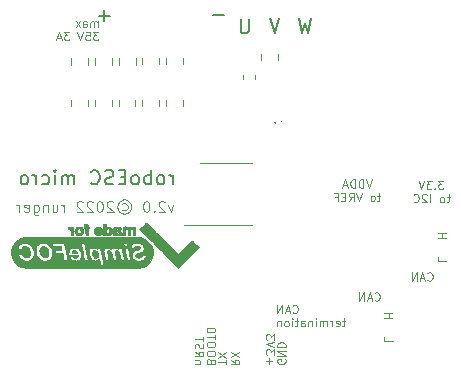
<source format=gbo>
G04 #@! TF.GenerationSoftware,KiCad,Pcbnew,(6.0.0-0)*
G04 #@! TF.CreationDate,2022-01-16T01:34:20+01:00*
G04 #@! TF.ProjectId,ESCv4.3,45534376-342e-4332-9e6b-696361645f70,rev?*
G04 #@! TF.SameCoordinates,Original*
G04 #@! TF.FileFunction,Legend,Bot*
G04 #@! TF.FilePolarity,Positive*
%FSLAX46Y46*%
G04 Gerber Fmt 4.6, Leading zero omitted, Abs format (unit mm)*
G04 Created by KiCad (PCBNEW (6.0.0-0)) date 2022-01-16 01:34:20*
%MOMM*%
%LPD*%
G01*
G04 APERTURE LIST*
%ADD10C,0.100000*%
%ADD11C,0.200000*%
%ADD12C,0.120000*%
%ADD13C,0.010000*%
G04 APERTURE END LIST*
D10*
X112581666Y-108975000D02*
X112615000Y-109008333D01*
X112715000Y-109041666D01*
X112781666Y-109041666D01*
X112881666Y-109008333D01*
X112948333Y-108941666D01*
X112981666Y-108875000D01*
X113015000Y-108741666D01*
X113015000Y-108641666D01*
X112981666Y-108508333D01*
X112948333Y-108441666D01*
X112881666Y-108375000D01*
X112781666Y-108341666D01*
X112715000Y-108341666D01*
X112615000Y-108375000D01*
X112581666Y-108408333D01*
X112315000Y-108841666D02*
X111981666Y-108841666D01*
X112381666Y-109041666D02*
X112148333Y-108341666D01*
X111915000Y-109041666D01*
X111681666Y-109041666D02*
X111681666Y-108341666D01*
X111281666Y-109041666D01*
X111281666Y-108341666D01*
X117050000Y-107275000D02*
X117083333Y-107308333D01*
X117183333Y-107341666D01*
X117250000Y-107341666D01*
X117350000Y-107308333D01*
X117416666Y-107241666D01*
X117450000Y-107175000D01*
X117483333Y-107041666D01*
X117483333Y-106941666D01*
X117450000Y-106808333D01*
X117416666Y-106741666D01*
X117350000Y-106675000D01*
X117250000Y-106641666D01*
X117183333Y-106641666D01*
X117083333Y-106675000D01*
X117050000Y-106708333D01*
X116783333Y-107141666D02*
X116450000Y-107141666D01*
X116850000Y-107341666D02*
X116616666Y-106641666D01*
X116383333Y-107341666D01*
X116150000Y-107341666D02*
X116150000Y-106641666D01*
X115750000Y-107341666D01*
X115750000Y-106641666D01*
X113408333Y-112131666D02*
X113408333Y-112465000D01*
X114108333Y-112465000D01*
X117908333Y-105331666D02*
X117908333Y-105665000D01*
X118608333Y-105665000D01*
X117908333Y-103706666D02*
X118608333Y-103706666D01*
X118275000Y-103706666D02*
X118275000Y-103306666D01*
X117908333Y-103306666D02*
X118608333Y-103306666D01*
X113383333Y-110481666D02*
X114083333Y-110481666D01*
X113750000Y-110481666D02*
X113750000Y-110081666D01*
X113383333Y-110081666D02*
X114083333Y-110081666D01*
D11*
X101227142Y-85192857D02*
X101227142Y-86164285D01*
X101284285Y-86278571D01*
X101341428Y-86335714D01*
X101455714Y-86392857D01*
X101684285Y-86392857D01*
X101798571Y-86335714D01*
X101855714Y-86278571D01*
X101912857Y-86164285D01*
X101912857Y-85192857D01*
X103700000Y-85142857D02*
X104100000Y-86342857D01*
X104500000Y-85142857D01*
X106175714Y-85142857D02*
X106461428Y-86342857D01*
X106690000Y-85485714D01*
X106918571Y-86342857D01*
X107204285Y-85142857D01*
X99827142Y-84865714D02*
X98912857Y-84865714D01*
D10*
X112313333Y-98773166D02*
X112080000Y-99473166D01*
X111846666Y-98773166D01*
X111613333Y-99473166D02*
X111613333Y-98773166D01*
X111446666Y-98773166D01*
X111346666Y-98806500D01*
X111280000Y-98873166D01*
X111246666Y-98939833D01*
X111213333Y-99073166D01*
X111213333Y-99173166D01*
X111246666Y-99306500D01*
X111280000Y-99373166D01*
X111346666Y-99439833D01*
X111446666Y-99473166D01*
X111613333Y-99473166D01*
X110913333Y-99473166D02*
X110913333Y-98773166D01*
X110746666Y-98773166D01*
X110646666Y-98806500D01*
X110580000Y-98873166D01*
X110546666Y-98939833D01*
X110513333Y-99073166D01*
X110513333Y-99173166D01*
X110546666Y-99306500D01*
X110580000Y-99373166D01*
X110646666Y-99439833D01*
X110746666Y-99473166D01*
X110913333Y-99473166D01*
X110246666Y-99273166D02*
X109913333Y-99273166D01*
X110313333Y-99473166D02*
X110080000Y-98773166D01*
X109846666Y-99473166D01*
X113063333Y-100133500D02*
X112796666Y-100133500D01*
X112963333Y-99900166D02*
X112963333Y-100500166D01*
X112930000Y-100566833D01*
X112863333Y-100600166D01*
X112796666Y-100600166D01*
X112463333Y-100600166D02*
X112530000Y-100566833D01*
X112563333Y-100533500D01*
X112596666Y-100466833D01*
X112596666Y-100266833D01*
X112563333Y-100200166D01*
X112530000Y-100166833D01*
X112463333Y-100133500D01*
X112363333Y-100133500D01*
X112296666Y-100166833D01*
X112263333Y-100200166D01*
X112230000Y-100266833D01*
X112230000Y-100466833D01*
X112263333Y-100533500D01*
X112296666Y-100566833D01*
X112363333Y-100600166D01*
X112463333Y-100600166D01*
X111496666Y-99900166D02*
X111263333Y-100600166D01*
X111030000Y-99900166D01*
X110396666Y-100600166D02*
X110630000Y-100266833D01*
X110796666Y-100600166D02*
X110796666Y-99900166D01*
X110530000Y-99900166D01*
X110463333Y-99933500D01*
X110430000Y-99966833D01*
X110396666Y-100033500D01*
X110396666Y-100133500D01*
X110430000Y-100200166D01*
X110463333Y-100233500D01*
X110530000Y-100266833D01*
X110796666Y-100266833D01*
X110096666Y-100233500D02*
X109863333Y-100233500D01*
X109763333Y-100600166D02*
X110096666Y-100600166D01*
X110096666Y-99900166D01*
X109763333Y-99900166D01*
X109230000Y-100233500D02*
X109463333Y-100233500D01*
X109463333Y-100600166D02*
X109463333Y-99900166D01*
X109130000Y-99900166D01*
X89118333Y-85853166D02*
X89118333Y-85386500D01*
X89118333Y-85453166D02*
X89085000Y-85419833D01*
X89018333Y-85386500D01*
X88918333Y-85386500D01*
X88851666Y-85419833D01*
X88818333Y-85486500D01*
X88818333Y-85853166D01*
X88818333Y-85486500D02*
X88785000Y-85419833D01*
X88718333Y-85386500D01*
X88618333Y-85386500D01*
X88551666Y-85419833D01*
X88518333Y-85486500D01*
X88518333Y-85853166D01*
X87885000Y-85853166D02*
X87885000Y-85486500D01*
X87918333Y-85419833D01*
X87985000Y-85386500D01*
X88118333Y-85386500D01*
X88185000Y-85419833D01*
X87885000Y-85819833D02*
X87951666Y-85853166D01*
X88118333Y-85853166D01*
X88185000Y-85819833D01*
X88218333Y-85753166D01*
X88218333Y-85686500D01*
X88185000Y-85619833D01*
X88118333Y-85586500D01*
X87951666Y-85586500D01*
X87885000Y-85553166D01*
X87618333Y-85853166D02*
X87251666Y-85386500D01*
X87618333Y-85386500D02*
X87251666Y-85853166D01*
X89185000Y-86280166D02*
X88751666Y-86280166D01*
X88985000Y-86546833D01*
X88885000Y-86546833D01*
X88818333Y-86580166D01*
X88785000Y-86613500D01*
X88751666Y-86680166D01*
X88751666Y-86846833D01*
X88785000Y-86913500D01*
X88818333Y-86946833D01*
X88885000Y-86980166D01*
X89085000Y-86980166D01*
X89151666Y-86946833D01*
X89185000Y-86913500D01*
X88118333Y-86280166D02*
X88451666Y-86280166D01*
X88485000Y-86613500D01*
X88451666Y-86580166D01*
X88385000Y-86546833D01*
X88218333Y-86546833D01*
X88151666Y-86580166D01*
X88118333Y-86613500D01*
X88085000Y-86680166D01*
X88085000Y-86846833D01*
X88118333Y-86913500D01*
X88151666Y-86946833D01*
X88218333Y-86980166D01*
X88385000Y-86980166D01*
X88451666Y-86946833D01*
X88485000Y-86913500D01*
X87885000Y-86280166D02*
X87651666Y-86980166D01*
X87418333Y-86280166D01*
X86718333Y-86280166D02*
X86285000Y-86280166D01*
X86518333Y-86546833D01*
X86418333Y-86546833D01*
X86351666Y-86580166D01*
X86318333Y-86613500D01*
X86285000Y-86680166D01*
X86285000Y-86846833D01*
X86318333Y-86913500D01*
X86351666Y-86946833D01*
X86418333Y-86980166D01*
X86618333Y-86980166D01*
X86685000Y-86946833D01*
X86718333Y-86913500D01*
X86018333Y-86780166D02*
X85685000Y-86780166D01*
X86085000Y-86980166D02*
X85851666Y-86280166D01*
X85618333Y-86980166D01*
X105000000Y-114015000D02*
X105033333Y-114081666D01*
X105033333Y-114181666D01*
X105000000Y-114281666D01*
X104933333Y-114348333D01*
X104866666Y-114381666D01*
X104733333Y-114415000D01*
X104633333Y-114415000D01*
X104500000Y-114381666D01*
X104433333Y-114348333D01*
X104366666Y-114281666D01*
X104333333Y-114181666D01*
X104333333Y-114115000D01*
X104366666Y-114015000D01*
X104400000Y-113981666D01*
X104633333Y-113981666D01*
X104633333Y-114115000D01*
X104333333Y-113681666D02*
X105033333Y-113681666D01*
X104333333Y-113281666D01*
X105033333Y-113281666D01*
X104333333Y-112948333D02*
X105033333Y-112948333D01*
X105033333Y-112781666D01*
X105000000Y-112681666D01*
X104933333Y-112615000D01*
X104866666Y-112581666D01*
X104733333Y-112548333D01*
X104633333Y-112548333D01*
X104500000Y-112581666D01*
X104433333Y-112615000D01*
X104366666Y-112681666D01*
X104333333Y-112781666D01*
X104333333Y-112948333D01*
X103625000Y-114398333D02*
X103625000Y-113865000D01*
X103358333Y-114131666D02*
X103891666Y-114131666D01*
X104058333Y-113598333D02*
X104058333Y-113165000D01*
X103791666Y-113398333D01*
X103791666Y-113298333D01*
X103758333Y-113231666D01*
X103725000Y-113198333D01*
X103658333Y-113165000D01*
X103491666Y-113165000D01*
X103425000Y-113198333D01*
X103391666Y-113231666D01*
X103358333Y-113298333D01*
X103358333Y-113498333D01*
X103391666Y-113565000D01*
X103425000Y-113598333D01*
X104058333Y-112965000D02*
X103358333Y-112731666D01*
X104058333Y-112498333D01*
X104058333Y-112331666D02*
X104058333Y-111898333D01*
X103791666Y-112131666D01*
X103791666Y-112031666D01*
X103758333Y-111965000D01*
X103725000Y-111931666D01*
X103658333Y-111898333D01*
X103491666Y-111898333D01*
X103425000Y-111931666D01*
X103391666Y-111965000D01*
X103358333Y-112031666D01*
X103358333Y-112231666D01*
X103391666Y-112298333D01*
X103425000Y-112331666D01*
X100383333Y-114040000D02*
X100716666Y-114273333D01*
X100383333Y-114440000D02*
X101083333Y-114440000D01*
X101083333Y-114173333D01*
X101050000Y-114106666D01*
X101016666Y-114073333D01*
X100950000Y-114040000D01*
X100850000Y-114040000D01*
X100783333Y-114073333D01*
X100750000Y-114106666D01*
X100716666Y-114173333D01*
X100716666Y-114440000D01*
X101083333Y-113806666D02*
X100383333Y-113340000D01*
X101083333Y-113340000D02*
X100383333Y-113806666D01*
X100008333Y-114423333D02*
X100008333Y-114023333D01*
X99308333Y-114223333D02*
X100008333Y-114223333D01*
X100008333Y-113856666D02*
X99308333Y-113390000D01*
X100008333Y-113390000D02*
X99308333Y-113856666D01*
X98725000Y-114156666D02*
X98691666Y-114056666D01*
X98658333Y-114023333D01*
X98591666Y-113990000D01*
X98491666Y-113990000D01*
X98425000Y-114023333D01*
X98391666Y-114056666D01*
X98358333Y-114123333D01*
X98358333Y-114390000D01*
X99058333Y-114390000D01*
X99058333Y-114156666D01*
X99025000Y-114090000D01*
X98991666Y-114056666D01*
X98925000Y-114023333D01*
X98858333Y-114023333D01*
X98791666Y-114056666D01*
X98758333Y-114090000D01*
X98725000Y-114156666D01*
X98725000Y-114390000D01*
X99058333Y-113556666D02*
X99058333Y-113423333D01*
X99025000Y-113356666D01*
X98958333Y-113290000D01*
X98825000Y-113256666D01*
X98591666Y-113256666D01*
X98458333Y-113290000D01*
X98391666Y-113356666D01*
X98358333Y-113423333D01*
X98358333Y-113556666D01*
X98391666Y-113623333D01*
X98458333Y-113690000D01*
X98591666Y-113723333D01*
X98825000Y-113723333D01*
X98958333Y-113690000D01*
X99025000Y-113623333D01*
X99058333Y-113556666D01*
X99058333Y-112823333D02*
X99058333Y-112690000D01*
X99025000Y-112623333D01*
X98958333Y-112556666D01*
X98825000Y-112523333D01*
X98591666Y-112523333D01*
X98458333Y-112556666D01*
X98391666Y-112623333D01*
X98358333Y-112690000D01*
X98358333Y-112823333D01*
X98391666Y-112890000D01*
X98458333Y-112956666D01*
X98591666Y-112990000D01*
X98825000Y-112990000D01*
X98958333Y-112956666D01*
X99025000Y-112890000D01*
X99058333Y-112823333D01*
X99058333Y-112323333D02*
X99058333Y-111923333D01*
X98358333Y-112123333D02*
X99058333Y-112123333D01*
X99058333Y-111556666D02*
X99058333Y-111490000D01*
X99025000Y-111423333D01*
X98991666Y-111390000D01*
X98925000Y-111356666D01*
X98791666Y-111323333D01*
X98625000Y-111323333D01*
X98491666Y-111356666D01*
X98425000Y-111390000D01*
X98391666Y-111423333D01*
X98358333Y-111490000D01*
X98358333Y-111556666D01*
X98391666Y-111623333D01*
X98425000Y-111656666D01*
X98491666Y-111690000D01*
X98625000Y-111723333D01*
X98791666Y-111723333D01*
X98925000Y-111690000D01*
X98991666Y-111656666D01*
X99025000Y-111623333D01*
X99058333Y-111556666D01*
X97825000Y-114381666D02*
X97358333Y-114381666D01*
X97758333Y-114381666D02*
X97791666Y-114348333D01*
X97825000Y-114281666D01*
X97825000Y-114181666D01*
X97791666Y-114115000D01*
X97725000Y-114081666D01*
X97358333Y-114081666D01*
X97358333Y-113348333D02*
X97691666Y-113581666D01*
X97358333Y-113748333D02*
X98058333Y-113748333D01*
X98058333Y-113481666D01*
X98025000Y-113415000D01*
X97991666Y-113381666D01*
X97925000Y-113348333D01*
X97825000Y-113348333D01*
X97758333Y-113381666D01*
X97725000Y-113415000D01*
X97691666Y-113481666D01*
X97691666Y-113748333D01*
X97391666Y-113081666D02*
X97358333Y-112981666D01*
X97358333Y-112815000D01*
X97391666Y-112748333D01*
X97425000Y-112715000D01*
X97491666Y-112681666D01*
X97558333Y-112681666D01*
X97625000Y-112715000D01*
X97658333Y-112748333D01*
X97691666Y-112815000D01*
X97725000Y-112948333D01*
X97758333Y-113015000D01*
X97791666Y-113048333D01*
X97858333Y-113081666D01*
X97925000Y-113081666D01*
X97991666Y-113048333D01*
X98025000Y-113015000D01*
X98058333Y-112948333D01*
X98058333Y-112781666D01*
X98025000Y-112681666D01*
X98058333Y-112481666D02*
X98058333Y-112081666D01*
X97358333Y-112281666D02*
X98058333Y-112281666D01*
X118403333Y-98883166D02*
X117970000Y-98883166D01*
X118203333Y-99149833D01*
X118103333Y-99149833D01*
X118036666Y-99183166D01*
X118003333Y-99216500D01*
X117970000Y-99283166D01*
X117970000Y-99449833D01*
X118003333Y-99516500D01*
X118036666Y-99549833D01*
X118103333Y-99583166D01*
X118303333Y-99583166D01*
X118370000Y-99549833D01*
X118403333Y-99516500D01*
X117670000Y-99516500D02*
X117636666Y-99549833D01*
X117670000Y-99583166D01*
X117703333Y-99549833D01*
X117670000Y-99516500D01*
X117670000Y-99583166D01*
X117403333Y-98883166D02*
X116970000Y-98883166D01*
X117203333Y-99149833D01*
X117103333Y-99149833D01*
X117036666Y-99183166D01*
X117003333Y-99216500D01*
X116970000Y-99283166D01*
X116970000Y-99449833D01*
X117003333Y-99516500D01*
X117036666Y-99549833D01*
X117103333Y-99583166D01*
X117303333Y-99583166D01*
X117370000Y-99549833D01*
X117403333Y-99516500D01*
X116770000Y-98883166D02*
X116536666Y-99583166D01*
X116303333Y-98883166D01*
X118936666Y-100243500D02*
X118670000Y-100243500D01*
X118836666Y-100010166D02*
X118836666Y-100610166D01*
X118803333Y-100676833D01*
X118736666Y-100710166D01*
X118670000Y-100710166D01*
X118336666Y-100710166D02*
X118403333Y-100676833D01*
X118436666Y-100643500D01*
X118470000Y-100576833D01*
X118470000Y-100376833D01*
X118436666Y-100310166D01*
X118403333Y-100276833D01*
X118336666Y-100243500D01*
X118236666Y-100243500D01*
X118170000Y-100276833D01*
X118136666Y-100310166D01*
X118103333Y-100376833D01*
X118103333Y-100576833D01*
X118136666Y-100643500D01*
X118170000Y-100676833D01*
X118236666Y-100710166D01*
X118336666Y-100710166D01*
X117270000Y-100710166D02*
X117270000Y-100010166D01*
X116970000Y-100076833D02*
X116936666Y-100043500D01*
X116870000Y-100010166D01*
X116703333Y-100010166D01*
X116636666Y-100043500D01*
X116603333Y-100076833D01*
X116570000Y-100143500D01*
X116570000Y-100210166D01*
X116603333Y-100310166D01*
X117003333Y-100710166D01*
X116570000Y-100710166D01*
X115870000Y-100643500D02*
X115903333Y-100676833D01*
X116003333Y-100710166D01*
X116070000Y-100710166D01*
X116170000Y-100676833D01*
X116236666Y-100610166D01*
X116270000Y-100543500D01*
X116303333Y-100410166D01*
X116303333Y-100310166D01*
X116270000Y-100176833D01*
X116236666Y-100110166D01*
X116170000Y-100043500D01*
X116070000Y-100010166D01*
X116003333Y-100010166D01*
X115903333Y-100043500D01*
X115870000Y-100076833D01*
D11*
X95470000Y-99192857D02*
X95470000Y-98392857D01*
X95470000Y-98621428D02*
X95412857Y-98507142D01*
X95355714Y-98450000D01*
X95241428Y-98392857D01*
X95127142Y-98392857D01*
X94555714Y-99192857D02*
X94670000Y-99135714D01*
X94727142Y-99078571D01*
X94784285Y-98964285D01*
X94784285Y-98621428D01*
X94727142Y-98507142D01*
X94670000Y-98450000D01*
X94555714Y-98392857D01*
X94384285Y-98392857D01*
X94270000Y-98450000D01*
X94212857Y-98507142D01*
X94155714Y-98621428D01*
X94155714Y-98964285D01*
X94212857Y-99078571D01*
X94270000Y-99135714D01*
X94384285Y-99192857D01*
X94555714Y-99192857D01*
X93641428Y-99192857D02*
X93641428Y-97992857D01*
X93641428Y-98450000D02*
X93527142Y-98392857D01*
X93298571Y-98392857D01*
X93184285Y-98450000D01*
X93127142Y-98507142D01*
X93070000Y-98621428D01*
X93070000Y-98964285D01*
X93127142Y-99078571D01*
X93184285Y-99135714D01*
X93298571Y-99192857D01*
X93527142Y-99192857D01*
X93641428Y-99135714D01*
X92384285Y-99192857D02*
X92498571Y-99135714D01*
X92555714Y-99078571D01*
X92612857Y-98964285D01*
X92612857Y-98621428D01*
X92555714Y-98507142D01*
X92498571Y-98450000D01*
X92384285Y-98392857D01*
X92212857Y-98392857D01*
X92098571Y-98450000D01*
X92041428Y-98507142D01*
X91984285Y-98621428D01*
X91984285Y-98964285D01*
X92041428Y-99078571D01*
X92098571Y-99135714D01*
X92212857Y-99192857D01*
X92384285Y-99192857D01*
X91470000Y-98564285D02*
X91070000Y-98564285D01*
X90898571Y-99192857D02*
X91470000Y-99192857D01*
X91470000Y-97992857D01*
X90898571Y-97992857D01*
X90441428Y-99135714D02*
X90270000Y-99192857D01*
X89984285Y-99192857D01*
X89870000Y-99135714D01*
X89812857Y-99078571D01*
X89755714Y-98964285D01*
X89755714Y-98850000D01*
X89812857Y-98735714D01*
X89870000Y-98678571D01*
X89984285Y-98621428D01*
X90212857Y-98564285D01*
X90327142Y-98507142D01*
X90384285Y-98450000D01*
X90441428Y-98335714D01*
X90441428Y-98221428D01*
X90384285Y-98107142D01*
X90327142Y-98050000D01*
X90212857Y-97992857D01*
X89927142Y-97992857D01*
X89755714Y-98050000D01*
X88555714Y-99078571D02*
X88612857Y-99135714D01*
X88784285Y-99192857D01*
X88898571Y-99192857D01*
X89070000Y-99135714D01*
X89184285Y-99021428D01*
X89241428Y-98907142D01*
X89298571Y-98678571D01*
X89298571Y-98507142D01*
X89241428Y-98278571D01*
X89184285Y-98164285D01*
X89070000Y-98050000D01*
X88898571Y-97992857D01*
X88784285Y-97992857D01*
X88612857Y-98050000D01*
X88555714Y-98107142D01*
X87127142Y-99192857D02*
X87127142Y-98392857D01*
X87127142Y-98507142D02*
X87070000Y-98450000D01*
X86955714Y-98392857D01*
X86784285Y-98392857D01*
X86670000Y-98450000D01*
X86612857Y-98564285D01*
X86612857Y-99192857D01*
X86612857Y-98564285D02*
X86555714Y-98450000D01*
X86441428Y-98392857D01*
X86270000Y-98392857D01*
X86155714Y-98450000D01*
X86098571Y-98564285D01*
X86098571Y-99192857D01*
X85527142Y-99192857D02*
X85527142Y-98392857D01*
X85527142Y-97992857D02*
X85584285Y-98050000D01*
X85527142Y-98107142D01*
X85470000Y-98050000D01*
X85527142Y-97992857D01*
X85527142Y-98107142D01*
X84441428Y-99135714D02*
X84555714Y-99192857D01*
X84784285Y-99192857D01*
X84898571Y-99135714D01*
X84955714Y-99078571D01*
X85012857Y-98964285D01*
X85012857Y-98621428D01*
X84955714Y-98507142D01*
X84898571Y-98450000D01*
X84784285Y-98392857D01*
X84555714Y-98392857D01*
X84441428Y-98450000D01*
X83927142Y-99192857D02*
X83927142Y-98392857D01*
X83927142Y-98621428D02*
X83870000Y-98507142D01*
X83812857Y-98450000D01*
X83698571Y-98392857D01*
X83584285Y-98392857D01*
X83012857Y-99192857D02*
X83127142Y-99135714D01*
X83184285Y-99078571D01*
X83241428Y-98964285D01*
X83241428Y-98621428D01*
X83184285Y-98507142D01*
X83127142Y-98450000D01*
X83012857Y-98392857D01*
X82841428Y-98392857D01*
X82727142Y-98450000D01*
X82670000Y-98507142D01*
X82612857Y-98621428D01*
X82612857Y-98964285D01*
X82670000Y-99078571D01*
X82727142Y-99135714D01*
X82841428Y-99192857D01*
X83012857Y-99192857D01*
D10*
X105641666Y-110026500D02*
X105675000Y-110059833D01*
X105775000Y-110093166D01*
X105841666Y-110093166D01*
X105941666Y-110059833D01*
X106008333Y-109993166D01*
X106041666Y-109926500D01*
X106075000Y-109793166D01*
X106075000Y-109693166D01*
X106041666Y-109559833D01*
X106008333Y-109493166D01*
X105941666Y-109426500D01*
X105841666Y-109393166D01*
X105775000Y-109393166D01*
X105675000Y-109426500D01*
X105641666Y-109459833D01*
X105375000Y-109893166D02*
X105041666Y-109893166D01*
X105441666Y-110093166D02*
X105208333Y-109393166D01*
X104975000Y-110093166D01*
X104741666Y-110093166D02*
X104741666Y-109393166D01*
X104341666Y-110093166D01*
X104341666Y-109393166D01*
X110075000Y-110753500D02*
X109808333Y-110753500D01*
X109975000Y-110520166D02*
X109975000Y-111120166D01*
X109941666Y-111186833D01*
X109875000Y-111220166D01*
X109808333Y-111220166D01*
X109308333Y-111186833D02*
X109375000Y-111220166D01*
X109508333Y-111220166D01*
X109575000Y-111186833D01*
X109608333Y-111120166D01*
X109608333Y-110853500D01*
X109575000Y-110786833D01*
X109508333Y-110753500D01*
X109375000Y-110753500D01*
X109308333Y-110786833D01*
X109275000Y-110853500D01*
X109275000Y-110920166D01*
X109608333Y-110986833D01*
X108975000Y-111220166D02*
X108975000Y-110753500D01*
X108975000Y-110886833D02*
X108941666Y-110820166D01*
X108908333Y-110786833D01*
X108841666Y-110753500D01*
X108775000Y-110753500D01*
X108541666Y-111220166D02*
X108541666Y-110753500D01*
X108541666Y-110820166D02*
X108508333Y-110786833D01*
X108441666Y-110753500D01*
X108341666Y-110753500D01*
X108275000Y-110786833D01*
X108241666Y-110853500D01*
X108241666Y-111220166D01*
X108241666Y-110853500D02*
X108208333Y-110786833D01*
X108141666Y-110753500D01*
X108041666Y-110753500D01*
X107975000Y-110786833D01*
X107941666Y-110853500D01*
X107941666Y-111220166D01*
X107608333Y-111220166D02*
X107608333Y-110753500D01*
X107608333Y-110520166D02*
X107641666Y-110553500D01*
X107608333Y-110586833D01*
X107575000Y-110553500D01*
X107608333Y-110520166D01*
X107608333Y-110586833D01*
X107275000Y-110753500D02*
X107275000Y-111220166D01*
X107275000Y-110820166D02*
X107241666Y-110786833D01*
X107175000Y-110753500D01*
X107075000Y-110753500D01*
X107008333Y-110786833D01*
X106975000Y-110853500D01*
X106975000Y-111220166D01*
X106341666Y-111220166D02*
X106341666Y-110853500D01*
X106375000Y-110786833D01*
X106441666Y-110753500D01*
X106575000Y-110753500D01*
X106641666Y-110786833D01*
X106341666Y-111186833D02*
X106408333Y-111220166D01*
X106575000Y-111220166D01*
X106641666Y-111186833D01*
X106675000Y-111120166D01*
X106675000Y-111053500D01*
X106641666Y-110986833D01*
X106575000Y-110953500D01*
X106408333Y-110953500D01*
X106341666Y-110920166D01*
X106108333Y-110753500D02*
X105841666Y-110753500D01*
X106008333Y-110520166D02*
X106008333Y-111120166D01*
X105975000Y-111186833D01*
X105908333Y-111220166D01*
X105841666Y-111220166D01*
X105608333Y-111220166D02*
X105608333Y-110753500D01*
X105608333Y-110520166D02*
X105641666Y-110553500D01*
X105608333Y-110586833D01*
X105575000Y-110553500D01*
X105608333Y-110520166D01*
X105608333Y-110586833D01*
X105175000Y-111220166D02*
X105241666Y-111186833D01*
X105275000Y-111153500D01*
X105308333Y-111086833D01*
X105308333Y-110886833D01*
X105275000Y-110820166D01*
X105241666Y-110786833D01*
X105175000Y-110753500D01*
X105075000Y-110753500D01*
X105008333Y-110786833D01*
X104975000Y-110820166D01*
X104941666Y-110886833D01*
X104941666Y-111086833D01*
X104975000Y-111153500D01*
X105008333Y-111186833D01*
X105075000Y-111220166D01*
X105175000Y-111220166D01*
X104641666Y-110753500D02*
X104641666Y-111220166D01*
X104641666Y-110820166D02*
X104608333Y-110786833D01*
X104541666Y-110753500D01*
X104441666Y-110753500D01*
X104375000Y-110786833D01*
X104341666Y-110853500D01*
X104341666Y-111220166D01*
D11*
X90137142Y-84895714D02*
X89222857Y-84895714D01*
X89680000Y-85352857D02*
X89680000Y-84438571D01*
D12*
X95528571Y-100897142D02*
X95314285Y-101497142D01*
X95100000Y-100897142D01*
X94800000Y-100682857D02*
X94757143Y-100640000D01*
X94671428Y-100597142D01*
X94457143Y-100597142D01*
X94371428Y-100640000D01*
X94328571Y-100682857D01*
X94285714Y-100768571D01*
X94285714Y-100854285D01*
X94328571Y-100982857D01*
X94842857Y-101497142D01*
X94285714Y-101497142D01*
X93900000Y-101411428D02*
X93857143Y-101454285D01*
X93900000Y-101497142D01*
X93942857Y-101454285D01*
X93900000Y-101411428D01*
X93900000Y-101497142D01*
X93300000Y-100597142D02*
X93214285Y-100597142D01*
X93128571Y-100640000D01*
X93085714Y-100682857D01*
X93042857Y-100768571D01*
X93000000Y-100940000D01*
X93000000Y-101154285D01*
X93042857Y-101325714D01*
X93085714Y-101411428D01*
X93128571Y-101454285D01*
X93214285Y-101497142D01*
X93300000Y-101497142D01*
X93385714Y-101454285D01*
X93428571Y-101411428D01*
X93471428Y-101325714D01*
X93514285Y-101154285D01*
X93514285Y-100940000D01*
X93471428Y-100768571D01*
X93428571Y-100682857D01*
X93385714Y-100640000D01*
X93300000Y-100597142D01*
X91200000Y-100811428D02*
X91285714Y-100768571D01*
X91457143Y-100768571D01*
X91542857Y-100811428D01*
X91628571Y-100897142D01*
X91671428Y-100982857D01*
X91671428Y-101154285D01*
X91628571Y-101240000D01*
X91542857Y-101325714D01*
X91457143Y-101368571D01*
X91285714Y-101368571D01*
X91200000Y-101325714D01*
X91371428Y-100468571D02*
X91585714Y-100511428D01*
X91800000Y-100640000D01*
X91928571Y-100854285D01*
X91971428Y-101068571D01*
X91928571Y-101282857D01*
X91800000Y-101497142D01*
X91585714Y-101625714D01*
X91371428Y-101668571D01*
X91157143Y-101625714D01*
X90942857Y-101497142D01*
X90814285Y-101282857D01*
X90771428Y-101068571D01*
X90814285Y-100854285D01*
X90942857Y-100640000D01*
X91157143Y-100511428D01*
X91371428Y-100468571D01*
X90428571Y-100682857D02*
X90385714Y-100640000D01*
X90300000Y-100597142D01*
X90085714Y-100597142D01*
X90000000Y-100640000D01*
X89957143Y-100682857D01*
X89914285Y-100768571D01*
X89914285Y-100854285D01*
X89957143Y-100982857D01*
X90471428Y-101497142D01*
X89914285Y-101497142D01*
X89357143Y-100597142D02*
X89271428Y-100597142D01*
X89185714Y-100640000D01*
X89142857Y-100682857D01*
X89100000Y-100768571D01*
X89057143Y-100940000D01*
X89057143Y-101154285D01*
X89100000Y-101325714D01*
X89142857Y-101411428D01*
X89185714Y-101454285D01*
X89271428Y-101497142D01*
X89357143Y-101497142D01*
X89442857Y-101454285D01*
X89485714Y-101411428D01*
X89528571Y-101325714D01*
X89571428Y-101154285D01*
X89571428Y-100940000D01*
X89528571Y-100768571D01*
X89485714Y-100682857D01*
X89442857Y-100640000D01*
X89357143Y-100597142D01*
X88714285Y-100682857D02*
X88671428Y-100640000D01*
X88585714Y-100597142D01*
X88371428Y-100597142D01*
X88285714Y-100640000D01*
X88242857Y-100682857D01*
X88200000Y-100768571D01*
X88200000Y-100854285D01*
X88242857Y-100982857D01*
X88757143Y-101497142D01*
X88200000Y-101497142D01*
X87857143Y-100682857D02*
X87814285Y-100640000D01*
X87728571Y-100597142D01*
X87514285Y-100597142D01*
X87428571Y-100640000D01*
X87385714Y-100682857D01*
X87342857Y-100768571D01*
X87342857Y-100854285D01*
X87385714Y-100982857D01*
X87900000Y-101497142D01*
X87342857Y-101497142D01*
X86271428Y-101497142D02*
X86271428Y-100897142D01*
X86271428Y-101068571D02*
X86228571Y-100982857D01*
X86185714Y-100940000D01*
X86100000Y-100897142D01*
X86014285Y-100897142D01*
X85328571Y-100897142D02*
X85328571Y-101497142D01*
X85714285Y-100897142D02*
X85714285Y-101368571D01*
X85671428Y-101454285D01*
X85585714Y-101497142D01*
X85457143Y-101497142D01*
X85371428Y-101454285D01*
X85328571Y-101411428D01*
X84900000Y-100897142D02*
X84900000Y-101497142D01*
X84900000Y-100982857D02*
X84857143Y-100940000D01*
X84771428Y-100897142D01*
X84642857Y-100897142D01*
X84557143Y-100940000D01*
X84514285Y-101025714D01*
X84514285Y-101497142D01*
X83700000Y-100897142D02*
X83700000Y-101625714D01*
X83742857Y-101711428D01*
X83785714Y-101754285D01*
X83871428Y-101797142D01*
X84000000Y-101797142D01*
X84085714Y-101754285D01*
X83700000Y-101454285D02*
X83785714Y-101497142D01*
X83957143Y-101497142D01*
X84042857Y-101454285D01*
X84085714Y-101411428D01*
X84128571Y-101325714D01*
X84128571Y-101068571D01*
X84085714Y-100982857D01*
X84042857Y-100940000D01*
X83957143Y-100897142D01*
X83785714Y-100897142D01*
X83700000Y-100940000D01*
X82928571Y-101454285D02*
X83014285Y-101497142D01*
X83185714Y-101497142D01*
X83271428Y-101454285D01*
X83314285Y-101368571D01*
X83314285Y-101025714D01*
X83271428Y-100940000D01*
X83185714Y-100897142D01*
X83014285Y-100897142D01*
X82928571Y-100940000D01*
X82885714Y-101025714D01*
X82885714Y-101111428D01*
X83314285Y-101197142D01*
X82500000Y-101497142D02*
X82500000Y-100897142D01*
X82500000Y-101068571D02*
X82457143Y-100982857D01*
X82414285Y-100940000D01*
X82328571Y-100897142D01*
X82242857Y-100897142D01*
G04 #@! TO.C,U5*
X104745902Y-93835000D02*
G75*
G03*
X104745902Y-93835000I-55902J0D01*
G01*
G04 #@! TO.C,C2*
X94920000Y-88511422D02*
X94920000Y-89028578D01*
X96340000Y-88511422D02*
X96340000Y-89028578D01*
G04 #@! TO.C,C4*
X90320000Y-88531422D02*
X90320000Y-89048578D01*
X88900000Y-88531422D02*
X88900000Y-89048578D01*
G04 #@! TO.C,C5*
X94340000Y-88511422D02*
X94340000Y-89028578D01*
X92920000Y-88511422D02*
X92920000Y-89028578D01*
G04 #@! TO.C,C6*
X90320000Y-92558578D02*
X90320000Y-92041422D01*
X88900000Y-92558578D02*
X88900000Y-92041422D01*
G04 #@! TO.C,C7*
X86910000Y-92558578D02*
X86910000Y-92041422D01*
X88330000Y-92558578D02*
X88330000Y-92041422D01*
G04 #@! TO.C,C8*
X94920000Y-92538578D02*
X94920000Y-92021422D01*
X96340000Y-92538578D02*
X96340000Y-92021422D01*
G04 #@! TO.C,C9*
X94340000Y-92538578D02*
X94340000Y-92021422D01*
X92920000Y-92538578D02*
X92920000Y-92021422D01*
G04 #@! TO.C,C10*
X88330000Y-88531422D02*
X88330000Y-89048578D01*
X86910000Y-88531422D02*
X86910000Y-89048578D01*
G04 #@! TO.C,C11*
X92320000Y-92558578D02*
X92320000Y-92041422D01*
X90900000Y-92558578D02*
X90900000Y-92041422D01*
G04 #@! TO.C,C12*
X92340000Y-88531422D02*
X92340000Y-89048578D01*
X90920000Y-88531422D02*
X90920000Y-89048578D01*
G04 #@! TO.C,C33*
X101390000Y-89927221D02*
X101390000Y-90252779D01*
X102410000Y-89927221D02*
X102410000Y-90252779D01*
G04 #@! TO.C,C38*
X104370000Y-88638578D02*
X104370000Y-88121422D01*
X102950000Y-88638578D02*
X102950000Y-88121422D01*
D13*
G04 #@! TO.C,G\u002A\u002A\u002A*
X93206019Y-102434391D02*
X93161073Y-102473653D01*
X93161073Y-102473653D02*
X93098740Y-102531918D01*
X93098740Y-102531918D02*
X93024880Y-102603319D01*
X93024880Y-102603319D02*
X92945352Y-102681987D01*
X92945352Y-102681987D02*
X92866017Y-102762056D01*
X92866017Y-102762056D02*
X92792735Y-102837657D01*
X92792735Y-102837657D02*
X92731366Y-102902924D01*
X92731366Y-102902924D02*
X92687771Y-102951988D01*
X92687771Y-102951988D02*
X92667808Y-102978981D01*
X92667808Y-102978981D02*
X92667167Y-102981263D01*
X92667167Y-102981263D02*
X92681767Y-102998246D01*
X92681767Y-102998246D02*
X92724002Y-103042758D01*
X92724002Y-103042758D02*
X92791524Y-103112445D01*
X92791524Y-103112445D02*
X92881986Y-103204951D01*
X92881986Y-103204951D02*
X92993039Y-103317921D01*
X92993039Y-103317921D02*
X93122336Y-103449001D01*
X93122336Y-103449001D02*
X93267529Y-103595834D01*
X93267529Y-103595834D02*
X93426270Y-103756067D01*
X93426270Y-103756067D02*
X93596212Y-103927343D01*
X93596212Y-103927343D02*
X93775006Y-104107308D01*
X93775006Y-104107308D02*
X93960306Y-104293607D01*
X93960306Y-104293607D02*
X94149762Y-104483885D01*
X94149762Y-104483885D02*
X94341028Y-104675787D01*
X94341028Y-104675787D02*
X94531755Y-104866957D01*
X94531755Y-104866957D02*
X94719596Y-105055041D01*
X94719596Y-105055041D02*
X94902203Y-105237684D01*
X94902203Y-105237684D02*
X95077228Y-105412530D01*
X95077228Y-105412530D02*
X95242324Y-105577225D01*
X95242324Y-105577225D02*
X95395142Y-105729413D01*
X95395142Y-105729413D02*
X95533335Y-105866740D01*
X95533335Y-105866740D02*
X95654555Y-105986849D01*
X95654555Y-105986849D02*
X95756454Y-106087388D01*
X95756454Y-106087388D02*
X95836685Y-106165999D01*
X95836685Y-106165999D02*
X95892899Y-106220329D01*
X95892899Y-106220329D02*
X95922750Y-106248021D01*
X95922750Y-106248021D02*
X95926982Y-106251167D01*
X95926982Y-106251167D02*
X95943465Y-106236617D01*
X95943465Y-106236617D02*
X95987170Y-106194727D01*
X95987170Y-106194727D02*
X96055427Y-106128133D01*
X96055427Y-106128133D02*
X96145565Y-106039474D01*
X96145565Y-106039474D02*
X96254917Y-105931386D01*
X96254917Y-105931386D02*
X96380813Y-105806507D01*
X96380813Y-105806507D02*
X96520583Y-105667475D01*
X96520583Y-105667475D02*
X96671559Y-105516928D01*
X96671559Y-105516928D02*
X96805146Y-105383438D01*
X96805146Y-105383438D02*
X97672681Y-104515709D01*
X97672681Y-104515709D02*
X97398021Y-104240438D01*
X97398021Y-104240438D02*
X97308925Y-104152814D01*
X97308925Y-104152814D02*
X97228354Y-104076708D01*
X97228354Y-104076708D02*
X97161623Y-104016890D01*
X97161623Y-104016890D02*
X97114046Y-103978133D01*
X97114046Y-103978133D02*
X97091450Y-103965167D01*
X97091450Y-103965167D02*
X97069762Y-103979676D01*
X97069762Y-103979676D02*
X97021796Y-104021012D01*
X97021796Y-104021012D02*
X96951027Y-104085888D01*
X96951027Y-104085888D02*
X96860929Y-104171014D01*
X96860929Y-104171014D02*
X96754976Y-104273105D01*
X96754976Y-104273105D02*
X96636645Y-104388872D01*
X96636645Y-104388872D02*
X96509409Y-104515027D01*
X96509409Y-104515027D02*
X96493144Y-104531270D01*
X96493144Y-104531270D02*
X95926749Y-105097374D01*
X95926749Y-105097374D02*
X94587938Y-103758687D01*
X94587938Y-103758687D02*
X94390183Y-103561185D01*
X94390183Y-103561185D02*
X94200772Y-103372471D01*
X94200772Y-103372471D02*
X94021863Y-103194670D01*
X94021863Y-103194670D02*
X93855613Y-103029904D01*
X93855613Y-103029904D02*
X93704182Y-102880300D01*
X93704182Y-102880300D02*
X93569727Y-102747980D01*
X93569727Y-102747980D02*
X93454408Y-102635070D01*
X93454408Y-102635070D02*
X93360383Y-102543693D01*
X93360383Y-102543693D02*
X93289810Y-102475974D01*
X93289810Y-102475974D02*
X93244848Y-102434037D01*
X93244848Y-102434037D02*
X93227716Y-102420000D01*
X93227716Y-102420000D02*
X93206019Y-102434391D01*
X93206019Y-102434391D02*
X93206019Y-102434391D01*
G36*
X93244848Y-102434037D02*
G01*
X93289810Y-102475974D01*
X93360383Y-102543693D01*
X93454408Y-102635070D01*
X93569727Y-102747980D01*
X93704182Y-102880300D01*
X93855613Y-103029904D01*
X94021863Y-103194670D01*
X94200772Y-103372471D01*
X94390183Y-103561185D01*
X94587938Y-103758687D01*
X95926749Y-105097374D01*
X96493144Y-104531270D01*
X96509409Y-104515027D01*
X96636645Y-104388872D01*
X96754976Y-104273105D01*
X96860929Y-104171014D01*
X96951027Y-104085888D01*
X97021796Y-104021012D01*
X97069762Y-103979676D01*
X97091450Y-103965167D01*
X97114046Y-103978133D01*
X97161623Y-104016890D01*
X97228354Y-104076708D01*
X97308925Y-104152814D01*
X97398021Y-104240438D01*
X97672681Y-104515709D01*
X96805146Y-105383438D01*
X96671559Y-105516928D01*
X96520583Y-105667475D01*
X96380813Y-105806507D01*
X96254917Y-105931386D01*
X96145565Y-106039474D01*
X96055427Y-106128133D01*
X95987170Y-106194727D01*
X95943465Y-106236617D01*
X95926982Y-106251167D01*
X95922750Y-106248021D01*
X95892899Y-106220329D01*
X95836685Y-106165999D01*
X95756454Y-106087388D01*
X95654555Y-105986849D01*
X95533335Y-105866740D01*
X95395142Y-105729413D01*
X95242324Y-105577225D01*
X95077228Y-105412530D01*
X94902203Y-105237684D01*
X94719596Y-105055041D01*
X94531755Y-104866957D01*
X94341028Y-104675787D01*
X94149762Y-104483885D01*
X93960306Y-104293607D01*
X93775006Y-104107308D01*
X93596212Y-103927343D01*
X93426270Y-103756067D01*
X93267529Y-103595834D01*
X93122336Y-103449001D01*
X92993039Y-103317921D01*
X92881986Y-103204951D01*
X92791524Y-103112445D01*
X92724002Y-103042758D01*
X92681767Y-102998246D01*
X92667167Y-102981263D01*
X92667808Y-102978981D01*
X92687771Y-102951988D01*
X92731366Y-102902924D01*
X92792735Y-102837657D01*
X92866017Y-102762056D01*
X92945352Y-102681987D01*
X93024880Y-102603319D01*
X93098740Y-102531918D01*
X93161073Y-102473653D01*
X93206019Y-102434391D01*
X93227716Y-102420000D01*
X93244848Y-102434037D01*
G37*
X93244848Y-102434037D02*
X93289810Y-102475974D01*
X93360383Y-102543693D01*
X93454408Y-102635070D01*
X93569727Y-102747980D01*
X93704182Y-102880300D01*
X93855613Y-103029904D01*
X94021863Y-103194670D01*
X94200772Y-103372471D01*
X94390183Y-103561185D01*
X94587938Y-103758687D01*
X95926749Y-105097374D01*
X96493144Y-104531270D01*
X96509409Y-104515027D01*
X96636645Y-104388872D01*
X96754976Y-104273105D01*
X96860929Y-104171014D01*
X96951027Y-104085888D01*
X97021796Y-104021012D01*
X97069762Y-103979676D01*
X97091450Y-103965167D01*
X97114046Y-103978133D01*
X97161623Y-104016890D01*
X97228354Y-104076708D01*
X97308925Y-104152814D01*
X97398021Y-104240438D01*
X97672681Y-104515709D01*
X96805146Y-105383438D01*
X96671559Y-105516928D01*
X96520583Y-105667475D01*
X96380813Y-105806507D01*
X96254917Y-105931386D01*
X96145565Y-106039474D01*
X96055427Y-106128133D01*
X95987170Y-106194727D01*
X95943465Y-106236617D01*
X95926982Y-106251167D01*
X95922750Y-106248021D01*
X95892899Y-106220329D01*
X95836685Y-106165999D01*
X95756454Y-106087388D01*
X95654555Y-105986849D01*
X95533335Y-105866740D01*
X95395142Y-105729413D01*
X95242324Y-105577225D01*
X95077228Y-105412530D01*
X94902203Y-105237684D01*
X94719596Y-105055041D01*
X94531755Y-104866957D01*
X94341028Y-104675787D01*
X94149762Y-104483885D01*
X93960306Y-104293607D01*
X93775006Y-104107308D01*
X93596212Y-103927343D01*
X93426270Y-103756067D01*
X93267529Y-103595834D01*
X93122336Y-103449001D01*
X92993039Y-103317921D01*
X92881986Y-103204951D01*
X92791524Y-103112445D01*
X92724002Y-103042758D01*
X92681767Y-102998246D01*
X92667167Y-102981263D01*
X92667808Y-102978981D01*
X92687771Y-102951988D01*
X92731366Y-102902924D01*
X92792735Y-102837657D01*
X92866017Y-102762056D01*
X92945352Y-102681987D01*
X93024880Y-102603319D01*
X93098740Y-102531918D01*
X93161073Y-102473653D01*
X93206019Y-102434391D01*
X93227716Y-102420000D01*
X93244848Y-102434037D01*
X90706622Y-102764126D02*
X90622495Y-102774037D01*
X90622495Y-102774037D02*
X90566457Y-102790482D01*
X90566457Y-102790482D02*
X90524299Y-102818315D01*
X90524299Y-102818315D02*
X90510878Y-102830957D01*
X90510878Y-102830957D02*
X90488726Y-102854998D01*
X90488726Y-102854998D02*
X90473052Y-102880613D01*
X90473052Y-102880613D02*
X90462382Y-102915634D01*
X90462382Y-102915634D02*
X90455240Y-102967893D01*
X90455240Y-102967893D02*
X90450152Y-103045220D01*
X90450152Y-103045220D02*
X90445642Y-103155446D01*
X90445642Y-103155446D02*
X90444667Y-103182479D01*
X90444667Y-103182479D02*
X90434083Y-103478416D01*
X90434083Y-103478416D02*
X90532861Y-103478375D01*
X90532861Y-103478375D02*
X90592748Y-103473975D01*
X90592748Y-103473975D02*
X90631889Y-103462867D01*
X90631889Y-103462867D02*
X90639118Y-103455896D01*
X90639118Y-103455896D02*
X90661626Y-103447841D01*
X90661626Y-103447841D02*
X90709674Y-103466349D01*
X90709674Y-103466349D02*
X90768325Y-103485683D01*
X90768325Y-103485683D02*
X90845925Y-103497577D01*
X90845925Y-103497577D02*
X90885503Y-103499370D01*
X90885503Y-103499370D02*
X90958247Y-103495742D01*
X90958247Y-103495742D02*
X91007274Y-103480340D01*
X91007274Y-103480340D02*
X91050867Y-103446700D01*
X91050867Y-103446700D02*
X91060128Y-103437628D01*
X91060128Y-103437628D02*
X91105496Y-103378487D01*
X91105496Y-103378487D02*
X91121458Y-103312433D01*
X91121458Y-103312433D02*
X91122000Y-103292553D01*
X91122000Y-103292553D02*
X91119289Y-103277408D01*
X91119289Y-103277408D02*
X90910333Y-103277408D01*
X90910333Y-103277408D02*
X90893826Y-103328149D01*
X90893826Y-103328149D02*
X90851745Y-103356439D01*
X90851745Y-103356439D02*
X90795250Y-103360870D01*
X90795250Y-103360870D02*
X90735502Y-103340031D01*
X90735502Y-103340031D02*
X90693375Y-103304816D01*
X90693375Y-103304816D02*
X90664611Y-103252394D01*
X90664611Y-103252394D02*
X90656333Y-103210446D01*
X90656333Y-103210446D02*
X90659965Y-103177587D01*
X90659965Y-103177587D02*
X90678873Y-103166476D01*
X90678873Y-103166476D02*
X90725075Y-103171509D01*
X90725075Y-103171509D02*
X90735708Y-103173420D01*
X90735708Y-103173420D02*
X90824152Y-103192819D01*
X90824152Y-103192819D02*
X90877767Y-103214374D01*
X90877767Y-103214374D02*
X90903994Y-103242518D01*
X90903994Y-103242518D02*
X90910333Y-103277408D01*
X90910333Y-103277408D02*
X91119289Y-103277408D01*
X91119289Y-103277408D02*
X91106618Y-103206632D01*
X91106618Y-103206632D02*
X91058730Y-103142629D01*
X91058730Y-103142629D02*
X90975729Y-103098044D01*
X90975729Y-103098044D02*
X90897432Y-103077452D01*
X90897432Y-103077452D02*
X90799276Y-103058170D01*
X90799276Y-103058170D02*
X90734917Y-103044145D01*
X90734917Y-103044145D02*
X90696547Y-103032830D01*
X90696547Y-103032830D02*
X90676355Y-103021676D01*
X90676355Y-103021676D02*
X90666532Y-103008136D01*
X90666532Y-103008136D02*
X90663642Y-103001183D01*
X90663642Y-103001183D02*
X90663197Y-102957070D01*
X90663197Y-102957070D02*
X90692609Y-102925633D01*
X90692609Y-102925633D02*
X90740737Y-102909001D01*
X90740737Y-102909001D02*
X90796441Y-102909301D01*
X90796441Y-102909301D02*
X90848580Y-102928662D01*
X90848580Y-102928662D02*
X90880530Y-102959750D01*
X90880530Y-102959750D02*
X90916196Y-102997102D01*
X90916196Y-102997102D02*
X90967513Y-103011533D01*
X90967513Y-103011533D02*
X90998099Y-103012667D01*
X90998099Y-103012667D02*
X91064180Y-103003629D01*
X91064180Y-103003629D02*
X91093051Y-102975134D01*
X91093051Y-102975134D02*
X91085836Y-102925107D01*
X91085836Y-102925107D02*
X91066370Y-102886773D01*
X91066370Y-102886773D02*
X91002743Y-102819845D01*
X91002743Y-102819845D02*
X90907395Y-102777753D01*
X90907395Y-102777753D02*
X90783687Y-102761645D01*
X90783687Y-102761645D02*
X90706622Y-102764126D01*
X90706622Y-102764126D02*
X90706622Y-102764126D01*
G36*
X91121458Y-103312433D02*
G01*
X91105496Y-103378487D01*
X91060128Y-103437628D01*
X91050867Y-103446700D01*
X91007274Y-103480340D01*
X90958247Y-103495742D01*
X90885503Y-103499370D01*
X90845925Y-103497577D01*
X90768325Y-103485683D01*
X90709674Y-103466349D01*
X90661626Y-103447841D01*
X90639118Y-103455896D01*
X90631889Y-103462867D01*
X90592748Y-103473975D01*
X90532861Y-103478375D01*
X90434083Y-103478416D01*
X90443667Y-103210446D01*
X90656333Y-103210446D01*
X90664611Y-103252394D01*
X90693375Y-103304816D01*
X90735502Y-103340031D01*
X90795250Y-103360870D01*
X90851745Y-103356439D01*
X90893826Y-103328149D01*
X90910333Y-103277408D01*
X90903994Y-103242518D01*
X90877767Y-103214374D01*
X90824152Y-103192819D01*
X90735708Y-103173420D01*
X90725075Y-103171509D01*
X90678873Y-103166476D01*
X90659965Y-103177587D01*
X90656333Y-103210446D01*
X90443667Y-103210446D01*
X90444667Y-103182479D01*
X90445642Y-103155446D01*
X90450152Y-103045220D01*
X90455240Y-102967893D01*
X90462382Y-102915634D01*
X90473052Y-102880613D01*
X90488726Y-102854998D01*
X90510878Y-102830957D01*
X90524299Y-102818315D01*
X90566457Y-102790482D01*
X90622495Y-102774037D01*
X90706622Y-102764126D01*
X90783687Y-102761645D01*
X90907395Y-102777753D01*
X91002743Y-102819845D01*
X91066370Y-102886773D01*
X91085836Y-102925107D01*
X91093051Y-102975134D01*
X91064180Y-103003629D01*
X90998099Y-103012667D01*
X90967513Y-103011533D01*
X90916196Y-102997102D01*
X90880530Y-102959750D01*
X90848580Y-102928662D01*
X90796441Y-102909301D01*
X90740737Y-102909001D01*
X90692609Y-102925633D01*
X90663197Y-102957070D01*
X90663642Y-103001183D01*
X90666532Y-103008136D01*
X90676355Y-103021676D01*
X90696547Y-103032830D01*
X90734917Y-103044145D01*
X90799276Y-103058170D01*
X90897432Y-103077452D01*
X90975729Y-103098044D01*
X91058730Y-103142629D01*
X91106618Y-103206632D01*
X91119289Y-103277408D01*
X91122000Y-103292553D01*
X91121458Y-103312433D01*
G37*
X91121458Y-103312433D02*
X91105496Y-103378487D01*
X91060128Y-103437628D01*
X91050867Y-103446700D01*
X91007274Y-103480340D01*
X90958247Y-103495742D01*
X90885503Y-103499370D01*
X90845925Y-103497577D01*
X90768325Y-103485683D01*
X90709674Y-103466349D01*
X90661626Y-103447841D01*
X90639118Y-103455896D01*
X90631889Y-103462867D01*
X90592748Y-103473975D01*
X90532861Y-103478375D01*
X90434083Y-103478416D01*
X90443667Y-103210446D01*
X90656333Y-103210446D01*
X90664611Y-103252394D01*
X90693375Y-103304816D01*
X90735502Y-103340031D01*
X90795250Y-103360870D01*
X90851745Y-103356439D01*
X90893826Y-103328149D01*
X90910333Y-103277408D01*
X90903994Y-103242518D01*
X90877767Y-103214374D01*
X90824152Y-103192819D01*
X90735708Y-103173420D01*
X90725075Y-103171509D01*
X90678873Y-103166476D01*
X90659965Y-103177587D01*
X90656333Y-103210446D01*
X90443667Y-103210446D01*
X90444667Y-103182479D01*
X90445642Y-103155446D01*
X90450152Y-103045220D01*
X90455240Y-102967893D01*
X90462382Y-102915634D01*
X90473052Y-102880613D01*
X90488726Y-102854998D01*
X90510878Y-102830957D01*
X90524299Y-102818315D01*
X90566457Y-102790482D01*
X90622495Y-102774037D01*
X90706622Y-102764126D01*
X90783687Y-102761645D01*
X90907395Y-102777753D01*
X91002743Y-102819845D01*
X91066370Y-102886773D01*
X91085836Y-102925107D01*
X91093051Y-102975134D01*
X91064180Y-103003629D01*
X90998099Y-103012667D01*
X90967513Y-103011533D01*
X90916196Y-102997102D01*
X90880530Y-102959750D01*
X90848580Y-102928662D01*
X90796441Y-102909301D01*
X90740737Y-102909001D01*
X90692609Y-102925633D01*
X90663197Y-102957070D01*
X90663642Y-103001183D01*
X90666532Y-103008136D01*
X90676355Y-103021676D01*
X90696547Y-103032830D01*
X90734917Y-103044145D01*
X90799276Y-103058170D01*
X90897432Y-103077452D01*
X90975729Y-103098044D01*
X91058730Y-103142629D01*
X91106618Y-103206632D01*
X91119289Y-103277408D01*
X91122000Y-103292553D01*
X91121458Y-103312433D01*
X84412693Y-104422575D02*
X84316617Y-104462860D01*
X84316617Y-104462860D02*
X84247209Y-104535602D01*
X84247209Y-104535602D02*
X84205290Y-104639960D01*
X84205290Y-104639960D02*
X84191672Y-104767974D01*
X84191672Y-104767974D02*
X84206781Y-104927753D01*
X84206781Y-104927753D02*
X84251079Y-105070657D01*
X84251079Y-105070657D02*
X84321113Y-105191642D01*
X84321113Y-105191642D02*
X84413427Y-105285667D01*
X84413427Y-105285667D02*
X84524569Y-105347687D01*
X84524569Y-105347687D02*
X84602667Y-105368052D01*
X84602667Y-105368052D02*
X84670257Y-105371416D01*
X84670257Y-105371416D02*
X84730078Y-105363459D01*
X84730078Y-105363459D02*
X84730903Y-105363213D01*
X84730903Y-105363213D02*
X84818811Y-105327603D01*
X84818811Y-105327603D02*
X84879232Y-105277351D01*
X84879232Y-105277351D02*
X84922584Y-105209262D01*
X84922584Y-105209262D02*
X84946275Y-105154724D01*
X84946275Y-105154724D02*
X84958363Y-105099469D01*
X84958363Y-105099469D02*
X84960943Y-105028491D01*
X84960943Y-105028491D02*
X84957923Y-104956300D01*
X84957923Y-104956300D02*
X84933354Y-104794423D01*
X84933354Y-104794423D02*
X84881463Y-104656706D01*
X84881463Y-104656706D02*
X84804957Y-104546611D01*
X84804957Y-104546611D02*
X84706545Y-104467597D01*
X84706545Y-104467597D02*
X84588937Y-104423124D01*
X84588937Y-104423124D02*
X84534617Y-104415589D01*
X84534617Y-104415589D02*
X84412693Y-104422575D01*
X84412693Y-104422575D02*
X84412693Y-104422575D01*
G36*
X84588937Y-104423124D02*
G01*
X84706545Y-104467597D01*
X84804957Y-104546611D01*
X84881463Y-104656706D01*
X84933354Y-104794423D01*
X84957923Y-104956300D01*
X84960943Y-105028491D01*
X84958363Y-105099469D01*
X84946275Y-105154724D01*
X84922584Y-105209262D01*
X84879232Y-105277351D01*
X84818811Y-105327603D01*
X84730903Y-105363213D01*
X84730078Y-105363459D01*
X84670257Y-105371416D01*
X84602667Y-105368052D01*
X84524569Y-105347687D01*
X84413427Y-105285667D01*
X84321113Y-105191642D01*
X84251079Y-105070657D01*
X84206781Y-104927753D01*
X84191672Y-104767974D01*
X84205290Y-104639960D01*
X84247209Y-104535602D01*
X84316617Y-104462860D01*
X84412693Y-104422575D01*
X84534617Y-104415589D01*
X84588937Y-104423124D01*
G37*
X84588937Y-104423124D02*
X84706545Y-104467597D01*
X84804957Y-104546611D01*
X84881463Y-104656706D01*
X84933354Y-104794423D01*
X84957923Y-104956300D01*
X84960943Y-105028491D01*
X84958363Y-105099469D01*
X84946275Y-105154724D01*
X84922584Y-105209262D01*
X84879232Y-105277351D01*
X84818811Y-105327603D01*
X84730903Y-105363213D01*
X84730078Y-105363459D01*
X84670257Y-105371416D01*
X84602667Y-105368052D01*
X84524569Y-105347687D01*
X84413427Y-105285667D01*
X84321113Y-105191642D01*
X84251079Y-105070657D01*
X84206781Y-104927753D01*
X84191672Y-104767974D01*
X84205290Y-104639960D01*
X84247209Y-104535602D01*
X84316617Y-104462860D01*
X84412693Y-104422575D01*
X84534617Y-104415589D01*
X84588937Y-104423124D01*
X86615628Y-102761698D02*
X86597982Y-102778434D01*
X86597982Y-102778434D02*
X86592655Y-102820341D01*
X86592655Y-102820341D02*
X86592333Y-102853917D01*
X86592333Y-102853917D02*
X86594061Y-102912476D01*
X86594061Y-102912476D02*
X86604787Y-102940303D01*
X86604787Y-102940303D02*
X86632828Y-102948992D01*
X86632828Y-102948992D02*
X86661125Y-102949840D01*
X86661125Y-102949840D02*
X86733897Y-102960697D01*
X86733897Y-102960697D02*
X86786358Y-102994592D01*
X86786358Y-102994592D02*
X86820952Y-103055969D01*
X86820952Y-103055969D02*
X86840125Y-103149271D01*
X86840125Y-103149271D02*
X86846320Y-103278940D01*
X86846320Y-103278940D02*
X86846333Y-103286442D01*
X86846333Y-103286442D02*
X86846333Y-103478334D01*
X86846333Y-103478334D02*
X87058000Y-103478334D01*
X87058000Y-103478334D02*
X87058000Y-102779834D01*
X87058000Y-102779834D02*
X86962750Y-102779834D01*
X86962750Y-102779834D02*
X86903141Y-102782652D01*
X86903141Y-102782652D02*
X86874966Y-102794232D01*
X86874966Y-102794232D02*
X86867522Y-102819259D01*
X86867522Y-102819259D02*
X86867500Y-102821529D01*
X86867500Y-102821529D02*
X86864942Y-102845533D01*
X86864942Y-102845533D02*
X86851009Y-102848215D01*
X86851009Y-102848215D02*
X86816311Y-102828285D01*
X86816311Y-102828285D02*
X86790463Y-102810946D01*
X86790463Y-102810946D02*
X86727824Y-102777807D01*
X86727824Y-102777807D02*
X86666869Y-102759770D01*
X86666869Y-102759770D02*
X86652880Y-102758667D01*
X86652880Y-102758667D02*
X86615628Y-102761698D01*
X86615628Y-102761698D02*
X86615628Y-102761698D01*
G36*
X86666869Y-102759770D02*
G01*
X86727824Y-102777807D01*
X86790463Y-102810946D01*
X86816311Y-102828285D01*
X86851009Y-102848215D01*
X86864942Y-102845533D01*
X86867500Y-102821529D01*
X86867522Y-102819259D01*
X86874966Y-102794232D01*
X86903141Y-102782652D01*
X86962750Y-102779834D01*
X87058000Y-102779834D01*
X87058000Y-103478334D01*
X86846333Y-103478334D01*
X86846333Y-103286442D01*
X86846320Y-103278940D01*
X86840125Y-103149271D01*
X86820952Y-103055969D01*
X86786358Y-102994592D01*
X86733897Y-102960697D01*
X86661125Y-102949840D01*
X86632828Y-102948992D01*
X86604787Y-102940303D01*
X86594061Y-102912476D01*
X86592333Y-102853917D01*
X86592655Y-102820341D01*
X86597982Y-102778434D01*
X86615628Y-102761698D01*
X86652880Y-102758667D01*
X86666869Y-102759770D01*
G37*
X86666869Y-102759770D02*
X86727824Y-102777807D01*
X86790463Y-102810946D01*
X86816311Y-102828285D01*
X86851009Y-102848215D01*
X86864942Y-102845533D01*
X86867500Y-102821529D01*
X86867522Y-102819259D01*
X86874966Y-102794232D01*
X86903141Y-102782652D01*
X86962750Y-102779834D01*
X87058000Y-102779834D01*
X87058000Y-103478334D01*
X86846333Y-103478334D01*
X86846333Y-103286442D01*
X86846320Y-103278940D01*
X86840125Y-103149271D01*
X86820952Y-103055969D01*
X86786358Y-102994592D01*
X86733897Y-102960697D01*
X86661125Y-102949840D01*
X86632828Y-102948992D01*
X86604787Y-102940303D01*
X86594061Y-102912476D01*
X86592333Y-102853917D01*
X86592655Y-102820341D01*
X86597982Y-102778434D01*
X86615628Y-102761698D01*
X86652880Y-102758667D01*
X86666869Y-102759770D01*
X89619167Y-103478334D02*
X89714417Y-103478334D01*
X89714417Y-103478334D02*
X89776320Y-103474501D01*
X89776320Y-103474501D02*
X89804914Y-103461025D01*
X89804914Y-103461025D02*
X89809667Y-103445047D01*
X89809667Y-103445047D02*
X89815095Y-103426694D01*
X89815095Y-103426694D02*
X89837068Y-103434655D01*
X89837068Y-103434655D02*
X89865438Y-103455631D01*
X89865438Y-103455631D02*
X89941562Y-103491285D01*
X89941562Y-103491285D02*
X90034594Y-103500163D01*
X90034594Y-103500163D02*
X90128804Y-103482444D01*
X90128804Y-103482444D02*
X90190678Y-103451875D01*
X90190678Y-103451875D02*
X90271795Y-103374376D01*
X90271795Y-103374376D02*
X90320613Y-103273138D01*
X90320613Y-103273138D02*
X90338661Y-103144827D01*
X90338661Y-103144827D02*
X90338796Y-103132391D01*
X90338796Y-103132391D02*
X90127167Y-103132391D01*
X90127167Y-103132391D02*
X90123155Y-103207777D01*
X90123155Y-103207777D02*
X90107702Y-103257790D01*
X90107702Y-103257790D02*
X90075676Y-103298914D01*
X90075676Y-103298914D02*
X90075212Y-103299379D01*
X90075212Y-103299379D02*
X90027176Y-103335167D01*
X90027176Y-103335167D02*
X89981367Y-103351264D01*
X89981367Y-103351264D02*
X89979000Y-103351334D01*
X89979000Y-103351334D02*
X89934136Y-103336955D01*
X89934136Y-103336955D02*
X89885545Y-103302076D01*
X89885545Y-103302076D02*
X89882788Y-103299379D01*
X89882788Y-103299379D02*
X89850552Y-103258261D01*
X89850552Y-103258261D02*
X89834943Y-103208436D01*
X89834943Y-103208436D02*
X89830834Y-103133418D01*
X89830834Y-103133418D02*
X89830833Y-103132391D01*
X89830833Y-103132391D02*
X89841920Y-103029345D01*
X89841920Y-103029345D02*
X89875841Y-102961143D01*
X89875841Y-102961143D02*
X89933595Y-102926363D01*
X89933595Y-102926363D02*
X89979000Y-102920945D01*
X89979000Y-102920945D02*
X90051208Y-102936765D01*
X90051208Y-102936765D02*
X90098999Y-102985174D01*
X90098999Y-102985174D02*
X90123370Y-103067593D01*
X90123370Y-103067593D02*
X90127167Y-103132391D01*
X90127167Y-103132391D02*
X90338796Y-103132391D01*
X90338796Y-103132391D02*
X90338833Y-103129084D01*
X90338833Y-103129084D02*
X90324042Y-102997624D01*
X90324042Y-102997624D02*
X90278649Y-102893601D01*
X90278649Y-102893601D02*
X90201121Y-102813679D01*
X90201121Y-102813679D02*
X90190678Y-102806292D01*
X90190678Y-102806292D02*
X90098511Y-102767185D01*
X90098511Y-102767185D02*
X89995096Y-102761255D01*
X89995096Y-102761255D02*
X89896493Y-102789329D01*
X89896493Y-102789329D02*
X89893282Y-102790960D01*
X89893282Y-102790960D02*
X89830833Y-102823254D01*
X89830833Y-102823254D02*
X89830833Y-102504667D01*
X89830833Y-102504667D02*
X89619167Y-102504667D01*
X89619167Y-102504667D02*
X89619167Y-103478334D01*
X89619167Y-103478334D02*
X89619167Y-103478334D01*
G36*
X90320613Y-103273138D02*
G01*
X90271795Y-103374376D01*
X90190678Y-103451875D01*
X90128804Y-103482444D01*
X90034594Y-103500163D01*
X89941562Y-103491285D01*
X89865438Y-103455631D01*
X89837068Y-103434655D01*
X89815095Y-103426694D01*
X89809667Y-103445047D01*
X89804914Y-103461025D01*
X89776320Y-103474501D01*
X89714417Y-103478334D01*
X89619167Y-103478334D01*
X89619167Y-103132391D01*
X89830833Y-103132391D01*
X89830834Y-103133418D01*
X89834943Y-103208436D01*
X89850552Y-103258261D01*
X89882788Y-103299379D01*
X89885545Y-103302076D01*
X89934136Y-103336955D01*
X89979000Y-103351334D01*
X89981367Y-103351264D01*
X90027176Y-103335167D01*
X90075212Y-103299379D01*
X90075676Y-103298914D01*
X90107702Y-103257790D01*
X90123155Y-103207777D01*
X90127167Y-103132391D01*
X90123370Y-103067593D01*
X90098999Y-102985174D01*
X90051208Y-102936765D01*
X89979000Y-102920945D01*
X89933595Y-102926363D01*
X89875841Y-102961143D01*
X89841920Y-103029345D01*
X89830833Y-103132391D01*
X89619167Y-103132391D01*
X89619167Y-102504667D01*
X89830833Y-102504667D01*
X89830833Y-102823254D01*
X89893282Y-102790960D01*
X89896493Y-102789329D01*
X89995096Y-102761255D01*
X90098511Y-102767185D01*
X90190678Y-102806292D01*
X90201121Y-102813679D01*
X90278649Y-102893601D01*
X90324042Y-102997624D01*
X90338833Y-103129084D01*
X90338796Y-103132391D01*
X90338661Y-103144827D01*
X90320613Y-103273138D01*
G37*
X90320613Y-103273138D02*
X90271795Y-103374376D01*
X90190678Y-103451875D01*
X90128804Y-103482444D01*
X90034594Y-103500163D01*
X89941562Y-103491285D01*
X89865438Y-103455631D01*
X89837068Y-103434655D01*
X89815095Y-103426694D01*
X89809667Y-103445047D01*
X89804914Y-103461025D01*
X89776320Y-103474501D01*
X89714417Y-103478334D01*
X89619167Y-103478334D01*
X89619167Y-103132391D01*
X89830833Y-103132391D01*
X89830834Y-103133418D01*
X89834943Y-103208436D01*
X89850552Y-103258261D01*
X89882788Y-103299379D01*
X89885545Y-103302076D01*
X89934136Y-103336955D01*
X89979000Y-103351334D01*
X89981367Y-103351264D01*
X90027176Y-103335167D01*
X90075212Y-103299379D01*
X90075676Y-103298914D01*
X90107702Y-103257790D01*
X90123155Y-103207777D01*
X90127167Y-103132391D01*
X90123370Y-103067593D01*
X90098999Y-102985174D01*
X90051208Y-102936765D01*
X89979000Y-102920945D01*
X89933595Y-102926363D01*
X89875841Y-102961143D01*
X89841920Y-103029345D01*
X89830833Y-103132391D01*
X89619167Y-103132391D01*
X89619167Y-102504667D01*
X89830833Y-102504667D01*
X89830833Y-102823254D01*
X89893282Y-102790960D01*
X89896493Y-102789329D01*
X89995096Y-102761255D01*
X90098511Y-102767185D01*
X90190678Y-102806292D01*
X90201121Y-102813679D01*
X90278649Y-102893601D01*
X90324042Y-102997624D01*
X90338833Y-103129084D01*
X90338796Y-103132391D01*
X90338661Y-103144827D01*
X90320613Y-103273138D01*
X88770494Y-104784846D02*
X88744069Y-104800408D01*
X88744069Y-104800408D02*
X88693217Y-104863617D01*
X88693217Y-104863617D02*
X88667761Y-104949588D01*
X88667761Y-104949588D02*
X88665713Y-105048803D01*
X88665713Y-105048803D02*
X88685081Y-105151743D01*
X88685081Y-105151743D02*
X88723877Y-105248888D01*
X88723877Y-105248888D02*
X88780110Y-105330721D01*
X88780110Y-105330721D02*
X88851792Y-105387721D01*
X88851792Y-105387721D02*
X88868473Y-105395583D01*
X88868473Y-105395583D02*
X88920013Y-105414677D01*
X88920013Y-105414677D02*
X88954059Y-105422895D01*
X88954059Y-105422895D02*
X88957029Y-105422784D01*
X88957029Y-105422784D02*
X88989356Y-105416793D01*
X88989356Y-105416793D02*
X89020787Y-105410784D01*
X89020787Y-105410784D02*
X89084100Y-105379399D01*
X89084100Y-105379399D02*
X89127169Y-105319030D01*
X89127169Y-105319030D02*
X89150187Y-105237767D01*
X89150187Y-105237767D02*
X89153351Y-105143698D01*
X89153351Y-105143698D02*
X89136854Y-105044912D01*
X89136854Y-105044912D02*
X89100892Y-104949498D01*
X89100892Y-104949498D02*
X89045660Y-104865543D01*
X89045660Y-104865543D02*
X89006721Y-104826833D01*
X89006721Y-104826833D02*
X88930809Y-104784009D01*
X88930809Y-104784009D02*
X88847164Y-104769520D01*
X88847164Y-104769520D02*
X88770494Y-104784846D01*
X88770494Y-104784846D02*
X88770494Y-104784846D01*
G36*
X88930809Y-104784009D02*
G01*
X89006721Y-104826833D01*
X89045660Y-104865543D01*
X89100892Y-104949498D01*
X89136854Y-105044912D01*
X89153351Y-105143698D01*
X89150187Y-105237767D01*
X89127169Y-105319030D01*
X89084100Y-105379399D01*
X89020787Y-105410784D01*
X88989356Y-105416793D01*
X88957029Y-105422784D01*
X88954059Y-105422895D01*
X88920013Y-105414677D01*
X88868473Y-105395583D01*
X88851792Y-105387721D01*
X88780110Y-105330721D01*
X88723877Y-105248888D01*
X88685081Y-105151743D01*
X88665713Y-105048803D01*
X88667761Y-104949588D01*
X88693217Y-104863617D01*
X88744069Y-104800408D01*
X88770494Y-104784846D01*
X88847164Y-104769520D01*
X88930809Y-104784009D01*
G37*
X88930809Y-104784009D02*
X89006721Y-104826833D01*
X89045660Y-104865543D01*
X89100892Y-104949498D01*
X89136854Y-105044912D01*
X89153351Y-105143698D01*
X89150187Y-105237767D01*
X89127169Y-105319030D01*
X89084100Y-105379399D01*
X89020787Y-105410784D01*
X88989356Y-105416793D01*
X88957029Y-105422784D01*
X88954059Y-105422895D01*
X88920013Y-105414677D01*
X88868473Y-105395583D01*
X88851792Y-105387721D01*
X88780110Y-105330721D01*
X88723877Y-105248888D01*
X88685081Y-105151743D01*
X88665713Y-105048803D01*
X88667761Y-104949588D01*
X88693217Y-104863617D01*
X88744069Y-104800408D01*
X88770494Y-104784846D01*
X88847164Y-104769520D01*
X88930809Y-104784009D01*
X87973897Y-102507190D02*
X87952625Y-102522898D01*
X87952625Y-102522898D02*
X87947169Y-102563998D01*
X87947169Y-102563998D02*
X87947000Y-102589334D01*
X87947000Y-102589334D02*
X87949583Y-102643660D01*
X87949583Y-102643660D02*
X87963145Y-102667811D01*
X87963145Y-102667811D02*
X87996408Y-102673887D01*
X87996408Y-102673887D02*
X88008031Y-102674000D01*
X88008031Y-102674000D02*
X88059687Y-102685381D01*
X88059687Y-102685381D02*
X88079813Y-102715108D01*
X88079813Y-102715108D02*
X88083262Y-102755924D01*
X88083262Y-102755924D02*
X88060265Y-102775200D01*
X88060265Y-102775200D02*
X88006972Y-102779833D01*
X88006972Y-102779833D02*
X87964091Y-102785695D01*
X87964091Y-102785695D02*
X87948565Y-102812210D01*
X87948565Y-102812210D02*
X87947000Y-102841992D01*
X87947000Y-102841992D02*
X87952542Y-102885648D01*
X87952542Y-102885648D02*
X87977879Y-102904810D01*
X87977879Y-102904810D02*
X88015792Y-102910784D01*
X88015792Y-102910784D02*
X88084583Y-102917417D01*
X88084583Y-102917417D02*
X88090490Y-103197875D01*
X88090490Y-103197875D02*
X88096396Y-103478334D01*
X88096396Y-103478334D02*
X88284438Y-103478334D01*
X88284438Y-103478334D02*
X88290344Y-103197875D01*
X88290344Y-103197875D02*
X88296250Y-102917417D01*
X88296250Y-102917417D02*
X88354458Y-102910719D01*
X88354458Y-102910719D02*
X88396683Y-102898566D01*
X88396683Y-102898566D02*
X88411582Y-102866174D01*
X88411582Y-102866174D02*
X88412667Y-102841928D01*
X88412667Y-102841928D02*
X88407258Y-102797912D01*
X88407258Y-102797912D02*
X88382065Y-102781696D01*
X88382065Y-102781696D02*
X88349167Y-102779834D01*
X88349167Y-102779834D02*
X88304519Y-102774761D01*
X88304519Y-102774761D02*
X88287796Y-102750587D01*
X88287796Y-102750587D02*
X88285667Y-102714942D01*
X88285667Y-102714942D02*
X88278162Y-102652961D01*
X88278162Y-102652961D02*
X88262796Y-102607317D01*
X88262796Y-102607317D02*
X88219338Y-102563333D01*
X88219338Y-102563333D02*
X88148133Y-102527983D01*
X88148133Y-102527983D02*
X88063697Y-102507448D01*
X88063697Y-102507448D02*
X88021763Y-102504667D01*
X88021763Y-102504667D02*
X87973897Y-102507190D01*
X87973897Y-102507190D02*
X87973897Y-102507190D01*
G36*
X88063697Y-102507448D02*
G01*
X88148133Y-102527983D01*
X88219338Y-102563333D01*
X88262796Y-102607317D01*
X88278162Y-102652961D01*
X88285667Y-102714942D01*
X88287796Y-102750587D01*
X88304519Y-102774761D01*
X88349167Y-102779834D01*
X88382065Y-102781696D01*
X88407258Y-102797912D01*
X88412667Y-102841928D01*
X88411582Y-102866174D01*
X88396683Y-102898566D01*
X88354458Y-102910719D01*
X88296250Y-102917417D01*
X88290344Y-103197875D01*
X88284438Y-103478334D01*
X88096396Y-103478334D01*
X88090490Y-103197875D01*
X88084583Y-102917417D01*
X88015792Y-102910784D01*
X87977879Y-102904810D01*
X87952542Y-102885648D01*
X87947000Y-102841992D01*
X87948565Y-102812210D01*
X87964091Y-102785695D01*
X88006972Y-102779833D01*
X88060265Y-102775200D01*
X88083262Y-102755924D01*
X88079813Y-102715108D01*
X88059687Y-102685381D01*
X88008031Y-102674000D01*
X87996408Y-102673887D01*
X87963145Y-102667811D01*
X87949583Y-102643660D01*
X87947000Y-102589334D01*
X87947169Y-102563998D01*
X87952625Y-102522898D01*
X87973897Y-102507190D01*
X88021763Y-102504667D01*
X88063697Y-102507448D01*
G37*
X88063697Y-102507448D02*
X88148133Y-102527983D01*
X88219338Y-102563333D01*
X88262796Y-102607317D01*
X88278162Y-102652961D01*
X88285667Y-102714942D01*
X88287796Y-102750587D01*
X88304519Y-102774761D01*
X88349167Y-102779834D01*
X88382065Y-102781696D01*
X88407258Y-102797912D01*
X88412667Y-102841928D01*
X88411582Y-102866174D01*
X88396683Y-102898566D01*
X88354458Y-102910719D01*
X88296250Y-102917417D01*
X88290344Y-103197875D01*
X88284438Y-103478334D01*
X88096396Y-103478334D01*
X88090490Y-103197875D01*
X88084583Y-102917417D01*
X88015792Y-102910784D01*
X87977879Y-102904810D01*
X87952542Y-102885648D01*
X87947000Y-102841992D01*
X87948565Y-102812210D01*
X87964091Y-102785695D01*
X88006972Y-102779833D01*
X88060265Y-102775200D01*
X88083262Y-102755924D01*
X88079813Y-102715108D01*
X88059687Y-102685381D01*
X88008031Y-102674000D01*
X87996408Y-102673887D01*
X87963145Y-102667811D01*
X87949583Y-102643660D01*
X87947000Y-102589334D01*
X87947169Y-102563998D01*
X87952625Y-102522898D01*
X87973897Y-102507190D01*
X88021763Y-102504667D01*
X88063697Y-102507448D01*
X87072407Y-104775296D02*
X87019989Y-104789797D01*
X87019989Y-104789797D02*
X87009052Y-104795959D01*
X87009052Y-104795959D02*
X86981560Y-104830006D01*
X86981560Y-104830006D02*
X86957735Y-104880753D01*
X86957735Y-104880753D02*
X86943522Y-104931612D01*
X86943522Y-104931612D02*
X86944864Y-104965998D01*
X86944864Y-104965998D02*
X86947046Y-104968990D01*
X86947046Y-104968990D02*
X86974520Y-104976578D01*
X86974520Y-104976578D02*
X87031331Y-104980967D01*
X87031331Y-104980967D02*
X87106895Y-104982428D01*
X87106895Y-104982428D02*
X87190626Y-104981231D01*
X87190626Y-104981231D02*
X87271939Y-104977647D01*
X87271939Y-104977647D02*
X87340248Y-104971946D01*
X87340248Y-104971946D02*
X87384968Y-104964398D01*
X87384968Y-104964398D02*
X87396667Y-104957510D01*
X87396667Y-104957510D02*
X87382709Y-104930403D01*
X87382709Y-104930403D02*
X87346816Y-104885921D01*
X87346816Y-104885921D02*
X87314490Y-104851677D01*
X87314490Y-104851677D02*
X87259537Y-104801979D01*
X87259537Y-104801979D02*
X87212939Y-104777420D01*
X87212939Y-104777420D02*
X87157032Y-104769748D01*
X87157032Y-104769748D02*
X87138619Y-104769500D01*
X87138619Y-104769500D02*
X87072407Y-104775296D01*
X87072407Y-104775296D02*
X87072407Y-104775296D01*
G36*
X87157032Y-104769748D02*
G01*
X87212939Y-104777420D01*
X87259537Y-104801979D01*
X87314490Y-104851677D01*
X87346816Y-104885921D01*
X87382709Y-104930403D01*
X87396667Y-104957510D01*
X87384968Y-104964398D01*
X87340248Y-104971946D01*
X87271939Y-104977647D01*
X87190626Y-104981231D01*
X87106895Y-104982428D01*
X87031331Y-104980967D01*
X86974520Y-104976578D01*
X86947046Y-104968990D01*
X86944864Y-104965998D01*
X86943522Y-104931612D01*
X86957735Y-104880753D01*
X86981560Y-104830006D01*
X87009052Y-104795959D01*
X87019989Y-104789797D01*
X87072407Y-104775296D01*
X87138619Y-104769500D01*
X87157032Y-104769748D01*
G37*
X87157032Y-104769748D02*
X87212939Y-104777420D01*
X87259537Y-104801979D01*
X87314490Y-104851677D01*
X87346816Y-104885921D01*
X87382709Y-104930403D01*
X87396667Y-104957510D01*
X87384968Y-104964398D01*
X87340248Y-104971946D01*
X87271939Y-104977647D01*
X87190626Y-104981231D01*
X87106895Y-104982428D01*
X87031331Y-104980967D01*
X86974520Y-104976578D01*
X86947046Y-104968990D01*
X86944864Y-104965998D01*
X86943522Y-104931612D01*
X86957735Y-104880753D01*
X86981560Y-104830006D01*
X87009052Y-104795959D01*
X87019989Y-104789797D01*
X87072407Y-104775296D01*
X87138619Y-104769500D01*
X87157032Y-104769748D01*
X89046377Y-102771690D02*
X88995844Y-102797889D01*
X88995844Y-102797889D02*
X88986113Y-102804419D01*
X88986113Y-102804419D02*
X88896076Y-102882527D01*
X88896076Y-102882527D02*
X88842373Y-102972089D01*
X88842373Y-102972089D02*
X88819768Y-103074590D01*
X88819768Y-103074590D02*
X88809447Y-103182000D01*
X88809447Y-103182000D02*
X89055557Y-103182000D01*
X89055557Y-103182000D02*
X89160934Y-103182481D01*
X89160934Y-103182481D02*
X89231081Y-103184707D01*
X89231081Y-103184707D02*
X89273099Y-103189858D01*
X89273099Y-103189858D02*
X89294086Y-103199109D01*
X89294086Y-103199109D02*
X89301143Y-103213640D01*
X89301143Y-103213640D02*
X89301667Y-103222822D01*
X89301667Y-103222822D02*
X89283838Y-103283289D01*
X89283838Y-103283289D02*
X89237107Y-103323710D01*
X89237107Y-103323710D02*
X89171606Y-103340418D01*
X89171606Y-103340418D02*
X89097470Y-103329748D01*
X89097470Y-103329748D02*
X89057283Y-103311234D01*
X89057283Y-103311234D02*
X88978238Y-103279210D01*
X88978238Y-103279210D02*
X88896342Y-103266667D01*
X88896342Y-103266667D02*
X88810937Y-103266667D01*
X88810937Y-103266667D02*
X88851071Y-103335387D01*
X88851071Y-103335387D02*
X88922909Y-103419043D01*
X88922909Y-103419043D02*
X89019075Y-103475347D01*
X89019075Y-103475347D02*
X89129612Y-103501776D01*
X89129612Y-103501776D02*
X89244563Y-103495811D01*
X89244563Y-103495811D02*
X89344330Y-103460255D01*
X89344330Y-103460255D02*
X89402825Y-103415919D01*
X89402825Y-103415919D02*
X89456106Y-103354767D01*
X89456106Y-103354767D02*
X89466545Y-103338547D01*
X89466545Y-103338547D02*
X89494068Y-103282846D01*
X89494068Y-103282846D02*
X89507366Y-103225845D01*
X89507366Y-103225845D02*
X89509601Y-103150502D01*
X89509601Y-103150502D02*
X89508225Y-103113885D01*
X89508225Y-103113885D02*
X89490394Y-103003804D01*
X89490394Y-103003804D02*
X89301275Y-103003804D01*
X89301275Y-103003804D02*
X89298566Y-103032474D01*
X89298566Y-103032474D02*
X89258410Y-103048950D01*
X89258410Y-103048950D02*
X89178941Y-103054909D01*
X89178941Y-103054909D02*
X89164083Y-103055000D01*
X89164083Y-103055000D02*
X89084237Y-103052341D01*
X89084237Y-103052341D02*
X89040396Y-103043530D01*
X89040396Y-103043530D02*
X89026518Y-103027316D01*
X89026518Y-103027316D02*
X89026500Y-103026531D01*
X89026500Y-103026531D02*
X89044824Y-102978171D01*
X89044824Y-102978171D02*
X89091148Y-102943967D01*
X89091148Y-102943967D02*
X89152502Y-102927417D01*
X89152502Y-102927417D02*
X89215918Y-102932022D01*
X89215918Y-102932022D02*
X89268405Y-102961262D01*
X89268405Y-102961262D02*
X89301275Y-103003804D01*
X89301275Y-103003804D02*
X89490394Y-103003804D01*
X89490394Y-103003804D02*
X89486954Y-102982574D01*
X89486954Y-102982574D02*
X89436870Y-102882209D01*
X89436870Y-102882209D02*
X89357535Y-102812326D01*
X89357535Y-102812326D02*
X89248514Y-102772459D01*
X89248514Y-102772459D02*
X89180243Y-102763456D01*
X89180243Y-102763456D02*
X89101726Y-102761503D01*
X89101726Y-102761503D02*
X89046377Y-102771690D01*
X89046377Y-102771690D02*
X89046377Y-102771690D01*
G36*
X89509601Y-103150502D02*
G01*
X89507366Y-103225845D01*
X89494068Y-103282846D01*
X89466545Y-103338547D01*
X89456106Y-103354767D01*
X89402825Y-103415919D01*
X89344330Y-103460255D01*
X89244563Y-103495811D01*
X89129612Y-103501776D01*
X89019075Y-103475347D01*
X88922909Y-103419043D01*
X88851071Y-103335387D01*
X88810937Y-103266667D01*
X88896342Y-103266667D01*
X88978238Y-103279210D01*
X89057283Y-103311234D01*
X89097470Y-103329748D01*
X89171606Y-103340418D01*
X89237107Y-103323710D01*
X89283838Y-103283289D01*
X89301667Y-103222822D01*
X89301143Y-103213640D01*
X89294086Y-103199109D01*
X89273099Y-103189858D01*
X89231081Y-103184707D01*
X89160934Y-103182481D01*
X89055557Y-103182000D01*
X88809447Y-103182000D01*
X88819768Y-103074590D01*
X88830367Y-103026531D01*
X89026500Y-103026531D01*
X89026518Y-103027316D01*
X89040396Y-103043530D01*
X89084237Y-103052341D01*
X89164083Y-103055000D01*
X89178941Y-103054909D01*
X89258410Y-103048950D01*
X89298566Y-103032474D01*
X89301275Y-103003804D01*
X89268405Y-102961262D01*
X89215918Y-102932022D01*
X89152502Y-102927417D01*
X89091148Y-102943967D01*
X89044824Y-102978171D01*
X89026500Y-103026531D01*
X88830367Y-103026531D01*
X88842373Y-102972089D01*
X88896076Y-102882527D01*
X88986113Y-102804419D01*
X88995844Y-102797889D01*
X89046377Y-102771690D01*
X89101726Y-102761503D01*
X89180243Y-102763456D01*
X89248514Y-102772459D01*
X89357535Y-102812326D01*
X89436870Y-102882209D01*
X89486954Y-102982574D01*
X89490394Y-103003804D01*
X89508225Y-103113885D01*
X89509601Y-103150502D01*
G37*
X89509601Y-103150502D02*
X89507366Y-103225845D01*
X89494068Y-103282846D01*
X89466545Y-103338547D01*
X89456106Y-103354767D01*
X89402825Y-103415919D01*
X89344330Y-103460255D01*
X89244563Y-103495811D01*
X89129612Y-103501776D01*
X89019075Y-103475347D01*
X88922909Y-103419043D01*
X88851071Y-103335387D01*
X88810937Y-103266667D01*
X88896342Y-103266667D01*
X88978238Y-103279210D01*
X89057283Y-103311234D01*
X89097470Y-103329748D01*
X89171606Y-103340418D01*
X89237107Y-103323710D01*
X89283838Y-103283289D01*
X89301667Y-103222822D01*
X89301143Y-103213640D01*
X89294086Y-103199109D01*
X89273099Y-103189858D01*
X89231081Y-103184707D01*
X89160934Y-103182481D01*
X89055557Y-103182000D01*
X88809447Y-103182000D01*
X88819768Y-103074590D01*
X88830367Y-103026531D01*
X89026500Y-103026531D01*
X89026518Y-103027316D01*
X89040396Y-103043530D01*
X89084237Y-103052341D01*
X89164083Y-103055000D01*
X89178941Y-103054909D01*
X89258410Y-103048950D01*
X89298566Y-103032474D01*
X89301275Y-103003804D01*
X89268405Y-102961262D01*
X89215918Y-102932022D01*
X89152502Y-102927417D01*
X89091148Y-102943967D01*
X89044824Y-102978171D01*
X89026500Y-103026531D01*
X88830367Y-103026531D01*
X88842373Y-102972089D01*
X88896076Y-102882527D01*
X88986113Y-102804419D01*
X88995844Y-102797889D01*
X89046377Y-102771690D01*
X89101726Y-102761503D01*
X89180243Y-102763456D01*
X89248514Y-102772459D01*
X89357535Y-102812326D01*
X89436870Y-102882209D01*
X89486954Y-102982574D01*
X89490394Y-103003804D01*
X89508225Y-103113885D01*
X89509601Y-103150502D01*
X84838736Y-103649923D02*
X84542345Y-103650256D01*
X84542345Y-103650256D02*
X84275084Y-103650888D01*
X84275084Y-103650888D02*
X84035302Y-103651861D01*
X84035302Y-103651861D02*
X83821350Y-103653214D01*
X83821350Y-103653214D02*
X83631576Y-103654986D01*
X83631576Y-103654986D02*
X83464331Y-103657218D01*
X83464331Y-103657218D02*
X83317963Y-103659949D01*
X83317963Y-103659949D02*
X83190823Y-103663220D01*
X83190823Y-103663220D02*
X83081260Y-103667070D01*
X83081260Y-103667070D02*
X82987624Y-103671540D01*
X82987624Y-103671540D02*
X82908265Y-103676668D01*
X82908265Y-103676668D02*
X82841531Y-103682495D01*
X82841531Y-103682495D02*
X82785772Y-103689061D01*
X82785772Y-103689061D02*
X82739339Y-103696405D01*
X82739339Y-103696405D02*
X82700580Y-103704568D01*
X82700580Y-103704568D02*
X82667846Y-103713589D01*
X82667846Y-103713589D02*
X82639485Y-103723508D01*
X82639485Y-103723508D02*
X82613847Y-103734366D01*
X82613847Y-103734366D02*
X82589283Y-103746202D01*
X82589283Y-103746202D02*
X82564141Y-103759055D01*
X82564141Y-103759055D02*
X82536771Y-103772966D01*
X82536771Y-103772966D02*
X82518495Y-103781884D01*
X82518495Y-103781884D02*
X82322468Y-103898275D01*
X82322468Y-103898275D02*
X82153169Y-104046096D01*
X82153169Y-104046096D02*
X82013144Y-104222031D01*
X82013144Y-104222031D02*
X81904942Y-104422762D01*
X81904942Y-104422762D02*
X81831109Y-104644971D01*
X81831109Y-104644971D02*
X81820999Y-104690202D01*
X81820999Y-104690202D02*
X81792287Y-104908358D01*
X81792287Y-104908358D02*
X81800119Y-105116590D01*
X81800119Y-105116590D02*
X81845566Y-105322760D01*
X81845566Y-105322760D02*
X81929696Y-105534729D01*
X81929696Y-105534729D02*
X81938372Y-105552667D01*
X81938372Y-105552667D02*
X82032249Y-105709304D01*
X82032249Y-105709304D02*
X82153419Y-105858352D01*
X82153419Y-105858352D02*
X82291912Y-105989508D01*
X82291912Y-105989508D02*
X82437756Y-106092466D01*
X82437756Y-106092466D02*
X82486000Y-106118599D01*
X82486000Y-106118599D02*
X82514328Y-106133258D01*
X82514328Y-106133258D02*
X82539270Y-106146810D01*
X82539270Y-106146810D02*
X82562499Y-106159301D01*
X82562499Y-106159301D02*
X82585684Y-106170775D01*
X82585684Y-106170775D02*
X82610497Y-106181276D01*
X82610497Y-106181276D02*
X82638606Y-106190849D01*
X82638606Y-106190849D02*
X82671684Y-106199539D01*
X82671684Y-106199539D02*
X82711400Y-106207390D01*
X82711400Y-106207390D02*
X82759424Y-106214448D01*
X82759424Y-106214448D02*
X82817429Y-106220756D01*
X82817429Y-106220756D02*
X82887083Y-106226359D01*
X82887083Y-106226359D02*
X82970057Y-106231302D01*
X82970057Y-106231302D02*
X83068022Y-106235630D01*
X83068022Y-106235630D02*
X83182648Y-106239386D01*
X83182648Y-106239386D02*
X83315606Y-106242617D01*
X83315606Y-106242617D02*
X83468567Y-106245365D01*
X83468567Y-106245365D02*
X83643200Y-106247677D01*
X83643200Y-106247677D02*
X83841176Y-106249596D01*
X83841176Y-106249596D02*
X84064166Y-106251168D01*
X84064166Y-106251168D02*
X84313840Y-106252436D01*
X84313840Y-106252436D02*
X84591869Y-106253446D01*
X84591869Y-106253446D02*
X84899922Y-106254241D01*
X84899922Y-106254241D02*
X85239672Y-106254868D01*
X85239672Y-106254868D02*
X85612788Y-106255370D01*
X85612788Y-106255370D02*
X86020940Y-106255791D01*
X86020940Y-106255791D02*
X86465799Y-106256177D01*
X86465799Y-106256177D02*
X86949036Y-106256573D01*
X86949036Y-106256573D02*
X87472320Y-106257022D01*
X87472320Y-106257022D02*
X87675280Y-106257210D01*
X87675280Y-106257210D02*
X88124811Y-106257581D01*
X88124811Y-106257581D02*
X88564311Y-106257835D01*
X88564311Y-106257835D02*
X88991812Y-106257976D01*
X88991812Y-106257976D02*
X89405345Y-106258007D01*
X89405345Y-106258007D02*
X89802943Y-106257931D01*
X89802943Y-106257931D02*
X90182639Y-106257751D01*
X90182639Y-106257751D02*
X90542465Y-106257470D01*
X90542465Y-106257470D02*
X90880452Y-106257091D01*
X90880452Y-106257091D02*
X91194633Y-106256618D01*
X91194633Y-106256618D02*
X91483041Y-106256054D01*
X91483041Y-106256054D02*
X91743708Y-106255401D01*
X91743708Y-106255401D02*
X91974665Y-106254663D01*
X91974665Y-106254663D02*
X92173946Y-106253843D01*
X92173946Y-106253843D02*
X92339583Y-106252945D01*
X92339583Y-106252945D02*
X92469607Y-106251970D01*
X92469607Y-106251970D02*
X92562051Y-106250923D01*
X92562051Y-106250923D02*
X92614948Y-106249807D01*
X92614948Y-106249807D02*
X92624833Y-106249323D01*
X92624833Y-106249323D02*
X92820694Y-106221820D01*
X92820694Y-106221820D02*
X92993947Y-106169066D01*
X92993947Y-106169066D02*
X93157340Y-106086045D01*
X93157340Y-106086045D02*
X93305131Y-105982217D01*
X93305131Y-105982217D02*
X89624480Y-105982217D01*
X89624480Y-105982217D02*
X89600391Y-105989865D01*
X89600391Y-105989865D02*
X89545962Y-105993651D01*
X89545962Y-105993651D02*
X89474577Y-105992801D01*
X89474577Y-105992801D02*
X89333629Y-105986584D01*
X89333629Y-105986584D02*
X89282803Y-105747677D01*
X89282803Y-105747677D02*
X89231976Y-105508770D01*
X89231976Y-105508770D02*
X89187446Y-105549240D01*
X89187446Y-105549240D02*
X89114768Y-105602759D01*
X89114768Y-105602759D02*
X89035433Y-105631253D01*
X89035433Y-105631253D02*
X88933565Y-105640135D01*
X88933565Y-105640135D02*
X88920862Y-105640150D01*
X88920862Y-105640150D02*
X88771671Y-105620475D01*
X88771671Y-105620475D02*
X88690358Y-105585135D01*
X88690358Y-105585135D02*
X88285667Y-105585135D01*
X88285667Y-105585135D02*
X88276176Y-105602276D01*
X88276176Y-105602276D02*
X88242654Y-105611979D01*
X88242654Y-105611979D02*
X88177526Y-105615872D01*
X88177526Y-105615872D02*
X88141277Y-105616167D01*
X88141277Y-105616167D02*
X87996886Y-105616167D01*
X87996886Y-105616167D02*
X87905218Y-105185419D01*
X87905218Y-105185419D02*
X87724376Y-105185419D01*
X87724376Y-105185419D02*
X87710679Y-105311319D01*
X87710679Y-105311319D02*
X87671489Y-105425117D01*
X87671489Y-105425117D02*
X87606221Y-105520028D01*
X87606221Y-105520028D02*
X87515188Y-105588802D01*
X87515188Y-105588802D02*
X87391816Y-105631149D01*
X87391816Y-105631149D02*
X87250767Y-105644297D01*
X87250767Y-105644297D02*
X87104762Y-105628504D01*
X87104762Y-105628504D02*
X86987762Y-105590863D01*
X86987762Y-105590863D02*
X86585131Y-105590863D01*
X86585131Y-105590863D02*
X86578134Y-105605807D01*
X86578134Y-105605807D02*
X86551515Y-105613279D01*
X86551515Y-105613279D02*
X86497266Y-105615870D01*
X86497266Y-105615870D02*
X86424904Y-105616167D01*
X86424904Y-105616167D02*
X86256668Y-105616167D01*
X86256668Y-105616167D02*
X86231574Y-105494459D01*
X86231574Y-105494459D02*
X86214285Y-105411457D01*
X86214285Y-105411457D02*
X86192634Y-105308681D01*
X86192634Y-105308681D02*
X86171174Y-105207738D01*
X86171174Y-105207738D02*
X86170249Y-105203417D01*
X86170249Y-105203417D02*
X86134019Y-105034084D01*
X86134019Y-105034084D02*
X85825478Y-105028238D01*
X85825478Y-105028238D02*
X85702668Y-105025934D01*
X85702668Y-105025934D02*
X85615507Y-105022373D01*
X85615507Y-105022373D02*
X85557349Y-105014458D01*
X85557349Y-105014458D02*
X85521548Y-104999093D01*
X85521548Y-104999093D02*
X85510139Y-104984376D01*
X85510139Y-104984376D02*
X85299155Y-104984376D01*
X85299155Y-104984376D02*
X85296584Y-105082386D01*
X85296584Y-105082386D02*
X85267978Y-105249914D01*
X85267978Y-105249914D02*
X85208225Y-105388801D01*
X85208225Y-105388801D02*
X85117397Y-105498962D01*
X85117397Y-105498962D02*
X84995566Y-105580314D01*
X84995566Y-105580314D02*
X84842803Y-105632773D01*
X84842803Y-105632773D02*
X84824917Y-105636612D01*
X84824917Y-105636612D02*
X84658429Y-105654998D01*
X84658429Y-105654998D02*
X84496662Y-105638335D01*
X84496662Y-105638335D02*
X84448373Y-105627022D01*
X84448373Y-105627022D02*
X84285915Y-105564072D01*
X84285915Y-105564072D02*
X84146613Y-105467831D01*
X84146613Y-105467831D02*
X84032667Y-105341788D01*
X84032667Y-105341788D02*
X83946280Y-105189436D01*
X83946280Y-105189436D02*
X83889651Y-105014265D01*
X83889651Y-105014265D02*
X83885676Y-104982916D01*
X83885676Y-104982916D02*
X83711689Y-104982916D01*
X83711689Y-104982916D02*
X83710007Y-105060190D01*
X83710007Y-105060190D02*
X83703200Y-105160066D01*
X83703200Y-105160066D02*
X83691651Y-105232826D01*
X83691651Y-105232826D02*
X83671666Y-105293673D01*
X83671666Y-105293673D02*
X83639554Y-105357813D01*
X83639554Y-105357813D02*
X83636347Y-105363550D01*
X83636347Y-105363550D02*
X83581927Y-105443032D01*
X83581927Y-105443032D02*
X83516945Y-105513669D01*
X83516945Y-105513669D02*
X83484289Y-105540549D01*
X83484289Y-105540549D02*
X83370266Y-105599286D01*
X83370266Y-105599286D02*
X83232294Y-105636256D01*
X83232294Y-105636256D02*
X83083304Y-105650475D01*
X83083304Y-105650475D02*
X82936226Y-105640961D01*
X82936226Y-105640961D02*
X82803992Y-105606730D01*
X82803992Y-105606730D02*
X82775279Y-105594436D01*
X82775279Y-105594436D02*
X82669397Y-105524848D01*
X82669397Y-105524848D02*
X82570030Y-105422843D01*
X82570030Y-105422843D02*
X82484972Y-105298318D01*
X82484972Y-105298318D02*
X82422014Y-105161170D01*
X82422014Y-105161170D02*
X82413232Y-105134625D01*
X82413232Y-105134625D02*
X82407803Y-105110973D01*
X82407803Y-105110973D02*
X82414866Y-105096825D01*
X82414866Y-105096825D02*
X82442299Y-105089741D01*
X82442299Y-105089741D02*
X82497978Y-105087280D01*
X82497978Y-105087280D02*
X82566946Y-105087000D01*
X82566946Y-105087000D02*
X82651034Y-105087740D01*
X82651034Y-105087740D02*
X82702154Y-105091765D01*
X82702154Y-105091765D02*
X82729668Y-105101782D01*
X82729668Y-105101782D02*
X82742940Y-105120496D01*
X82742940Y-105120496D02*
X82748591Y-105139513D01*
X82748591Y-105139513D02*
X82780538Y-105202022D01*
X82780538Y-105202022D02*
X82839061Y-105267481D01*
X82839061Y-105267481D02*
X82911125Y-105323902D01*
X82911125Y-105323902D02*
X82983697Y-105359293D01*
X82983697Y-105359293D02*
X82989225Y-105360881D01*
X82989225Y-105360881D02*
X83097624Y-105369237D01*
X83097624Y-105369237D02*
X83205818Y-105340136D01*
X83205818Y-105340136D02*
X83277113Y-105296960D01*
X83277113Y-105296960D02*
X83332214Y-105229095D01*
X83332214Y-105229095D02*
X83368755Y-105132271D01*
X83368755Y-105132271D02*
X83384198Y-105016713D01*
X83384198Y-105016713D02*
X83376580Y-104896134D01*
X83376580Y-104896134D02*
X83335950Y-104739222D01*
X83335950Y-104739222D02*
X83270595Y-104608992D01*
X83270595Y-104608992D02*
X83183587Y-104508725D01*
X83183587Y-104508725D02*
X83078000Y-104441705D01*
X83078000Y-104441705D02*
X82956906Y-104411212D01*
X82956906Y-104411212D02*
X82921094Y-104409667D01*
X82921094Y-104409667D02*
X82824136Y-104428482D01*
X82824136Y-104428482D02*
X82744907Y-104480337D01*
X82744907Y-104480337D02*
X82692130Y-104558351D01*
X82692130Y-104558351D02*
X82679271Y-104600471D01*
X82679271Y-104600471D02*
X82664181Y-104674250D01*
X82664181Y-104674250D02*
X82348417Y-104674250D01*
X82348417Y-104674250D02*
X82341755Y-104605063D01*
X82341755Y-104605063D02*
X82347853Y-104538737D01*
X82347853Y-104538737D02*
X82373159Y-104455239D01*
X82373159Y-104455239D02*
X82386822Y-104422882D01*
X82386822Y-104422882D02*
X82460096Y-104306475D01*
X82460096Y-104306475D02*
X82560096Y-104220634D01*
X82560096Y-104220634D02*
X82688322Y-104164561D01*
X82688322Y-104164561D02*
X82846277Y-104137459D01*
X82846277Y-104137459D02*
X82929391Y-104134500D01*
X82929391Y-104134500D02*
X83111651Y-104152116D01*
X83111651Y-104152116D02*
X83271351Y-104205403D01*
X83271351Y-104205403D02*
X83409728Y-104295024D01*
X83409728Y-104295024D02*
X83528020Y-104421639D01*
X83528020Y-104421639D02*
X83564104Y-104473574D01*
X83564104Y-104473574D02*
X83646795Y-104630887D01*
X83646795Y-104630887D02*
X83695242Y-104797662D01*
X83695242Y-104797662D02*
X83711689Y-104982916D01*
X83711689Y-104982916D02*
X83885676Y-104982916D01*
X83885676Y-104982916D02*
X83864983Y-104819767D01*
X83864983Y-104819767D02*
X83865972Y-104703293D01*
X83865972Y-104703293D02*
X83888292Y-104540923D01*
X83888292Y-104540923D02*
X83937569Y-104408446D01*
X83937569Y-104408446D02*
X84016729Y-104300906D01*
X84016729Y-104300906D02*
X84128695Y-104213347D01*
X84128695Y-104213347D02*
X84168473Y-104190581D01*
X84168473Y-104190581D02*
X84212408Y-104170166D01*
X84212408Y-104170166D02*
X84259830Y-104156832D01*
X84259830Y-104156832D02*
X84320983Y-104149160D01*
X84320983Y-104149160D02*
X84406112Y-104145729D01*
X84406112Y-104145729D02*
X84496833Y-104145084D01*
X84496833Y-104145084D02*
X84604252Y-104145798D01*
X84604252Y-104145798D02*
X84680187Y-104149170D01*
X84680187Y-104149170D02*
X84735480Y-104157039D01*
X84735480Y-104157039D02*
X84780975Y-104171247D01*
X84780975Y-104171247D02*
X84827512Y-104193634D01*
X84827512Y-104193634D02*
X84847714Y-104204663D01*
X84847714Y-104204663D02*
X85001145Y-104312978D01*
X85001145Y-104312978D02*
X85125224Y-104449449D01*
X85125224Y-104449449D02*
X85217733Y-104609733D01*
X85217733Y-104609733D02*
X85276450Y-104789489D01*
X85276450Y-104789489D02*
X85299155Y-104984376D01*
X85299155Y-104984376D02*
X85510139Y-104984376D01*
X85510139Y-104984376D02*
X85501461Y-104973183D01*
X85501461Y-104973183D02*
X85490442Y-104933631D01*
X85490442Y-104933631D02*
X85481845Y-104877341D01*
X85481845Y-104877341D02*
X85480383Y-104867456D01*
X85480383Y-104867456D02*
X85465693Y-104769500D01*
X85465693Y-104769500D02*
X86063167Y-104769500D01*
X86063167Y-104769500D02*
X86061135Y-104711292D01*
X86061135Y-104711292D02*
X86055081Y-104655774D01*
X86055081Y-104655774D02*
X86042085Y-104582026D01*
X86042085Y-104582026D02*
X86034561Y-104547250D01*
X86034561Y-104547250D02*
X86010019Y-104441417D01*
X86010019Y-104441417D02*
X85651867Y-104430834D01*
X85651867Y-104430834D02*
X85293716Y-104420250D01*
X85293716Y-104420250D02*
X85266588Y-104303834D01*
X85266588Y-104303834D02*
X85251554Y-104237271D01*
X85251554Y-104237271D02*
X85241319Y-104188070D01*
X85241319Y-104188070D02*
X85238564Y-104171172D01*
X85238564Y-104171172D02*
X85258524Y-104166930D01*
X85258524Y-104166930D02*
X85315129Y-104163551D01*
X85315129Y-104163551D02*
X85402698Y-104161152D01*
X85402698Y-104161152D02*
X85515547Y-104159846D01*
X85515547Y-104159846D02*
X85647996Y-104159748D01*
X85647996Y-104159748D02*
X85761542Y-104160589D01*
X85761542Y-104160589D02*
X86285417Y-104166250D01*
X86285417Y-104166250D02*
X86426652Y-104840900D01*
X86426652Y-104840900D02*
X86461321Y-105006207D01*
X86461321Y-105006207D02*
X86493681Y-105159935D01*
X86493681Y-105159935D02*
X86522596Y-105296728D01*
X86522596Y-105296728D02*
X86546929Y-105411229D01*
X86546929Y-105411229D02*
X86565543Y-105498081D01*
X86565543Y-105498081D02*
X86577300Y-105551927D01*
X86577300Y-105551927D02*
X86580513Y-105565858D01*
X86580513Y-105565858D02*
X86585131Y-105590863D01*
X86585131Y-105590863D02*
X86987762Y-105590863D01*
X86987762Y-105590863D02*
X86966525Y-105584031D01*
X86966525Y-105584031D02*
X86952167Y-105577316D01*
X86952167Y-105577316D02*
X86875019Y-105533431D01*
X86875019Y-105533431D02*
X86819138Y-105481718D01*
X86819138Y-105481718D02*
X86767307Y-105406168D01*
X86767307Y-105406168D02*
X86766311Y-105404500D01*
X86766311Y-105404500D02*
X86696872Y-105288084D01*
X86696872Y-105288084D02*
X86849384Y-105281790D01*
X86849384Y-105281790D02*
X86930173Y-105279714D01*
X86930173Y-105279714D02*
X86980752Y-105283646D01*
X86980752Y-105283646D02*
X87013129Y-105296454D01*
X87013129Y-105296454D02*
X87039312Y-105321010D01*
X87039312Y-105321010D02*
X87045823Y-105328746D01*
X87045823Y-105328746D02*
X87115345Y-105386411D01*
X87115345Y-105386411D02*
X87195104Y-105412296D01*
X87195104Y-105412296D02*
X87276078Y-105409009D01*
X87276078Y-105409009D02*
X87349245Y-105379160D01*
X87349245Y-105379160D02*
X87405582Y-105325358D01*
X87405582Y-105325358D02*
X87436066Y-105250211D01*
X87436066Y-105250211D02*
X87439000Y-105215051D01*
X87439000Y-105215051D02*
X87437427Y-105199814D01*
X87437427Y-105199814D02*
X87428926Y-105188638D01*
X87428926Y-105188638D02*
X87407821Y-105180894D01*
X87407821Y-105180894D02*
X87368436Y-105175955D01*
X87368436Y-105175955D02*
X87305098Y-105173190D01*
X87305098Y-105173190D02*
X87212130Y-105171972D01*
X87212130Y-105171972D02*
X87083858Y-105171672D01*
X87083858Y-105171672D02*
X87047417Y-105171667D01*
X87047417Y-105171667D02*
X86655833Y-105171667D01*
X86655833Y-105171667D02*
X86656298Y-105018209D01*
X86656298Y-105018209D02*
X86671724Y-104863229D01*
X86671724Y-104863229D02*
X86716927Y-104738334D01*
X86716927Y-104738334D02*
X86791840Y-104643584D01*
X86791840Y-104643584D02*
X86896397Y-104579039D01*
X86896397Y-104579039D02*
X87030530Y-104544758D01*
X87030530Y-104544758D02*
X87187062Y-104540378D01*
X87187062Y-104540378D02*
X87284601Y-104551226D01*
X87284601Y-104551226D02*
X87362006Y-104575030D01*
X87362006Y-104575030D02*
X87430943Y-104611903D01*
X87430943Y-104611903D02*
X87535935Y-104696521D01*
X87535935Y-104696521D02*
X87618359Y-104802968D01*
X87618359Y-104802968D02*
X87677631Y-104924457D01*
X87677631Y-104924457D02*
X87713165Y-105054203D01*
X87713165Y-105054203D02*
X87724376Y-105185419D01*
X87724376Y-105185419D02*
X87905218Y-105185419D01*
X87905218Y-105185419D02*
X87844858Y-104901792D01*
X87844858Y-104901792D02*
X87809172Y-104733651D01*
X87809172Y-104733651D02*
X87776470Y-104578688D01*
X87776470Y-104578688D02*
X87747761Y-104441761D01*
X87747761Y-104441761D02*
X87724057Y-104327728D01*
X87724057Y-104327728D02*
X87706369Y-104241446D01*
X87706369Y-104241446D02*
X87695707Y-104187774D01*
X87695707Y-104187774D02*
X87692915Y-104171542D01*
X87692915Y-104171542D02*
X87712333Y-104163707D01*
X87712333Y-104163707D02*
X87763344Y-104158035D01*
X87763344Y-104158035D02*
X87835217Y-104155678D01*
X87835217Y-104155678D02*
X87840764Y-104155667D01*
X87840764Y-104155667D02*
X87918828Y-104156823D01*
X87918828Y-104156823D02*
X87964493Y-104162272D01*
X87964493Y-104162272D02*
X87987670Y-104174986D01*
X87987670Y-104174986D02*
X87998273Y-104197939D01*
X87998273Y-104197939D02*
X87999589Y-104203292D01*
X87999589Y-104203292D02*
X88013849Y-104266873D01*
X88013849Y-104266873D02*
X88033925Y-104359448D01*
X88033925Y-104359448D02*
X88058583Y-104475051D01*
X88058583Y-104475051D02*
X88086587Y-104607719D01*
X88086587Y-104607719D02*
X88116704Y-104751487D01*
X88116704Y-104751487D02*
X88147699Y-104900390D01*
X88147699Y-104900390D02*
X88178336Y-105048463D01*
X88178336Y-105048463D02*
X88207380Y-105189742D01*
X88207380Y-105189742D02*
X88233597Y-105318262D01*
X88233597Y-105318262D02*
X88255753Y-105428058D01*
X88255753Y-105428058D02*
X88272611Y-105513166D01*
X88272611Y-105513166D02*
X88282938Y-105567622D01*
X88282938Y-105567622D02*
X88285667Y-105585135D01*
X88285667Y-105585135D02*
X88690358Y-105585135D01*
X88690358Y-105585135D02*
X88642087Y-105564156D01*
X88642087Y-105564156D02*
X88533957Y-105472978D01*
X88533957Y-105472978D02*
X88449131Y-105348725D01*
X88449131Y-105348725D02*
X88389457Y-105193183D01*
X88389457Y-105193183D02*
X88370451Y-105108817D01*
X88370451Y-105108817D02*
X88356421Y-104951981D01*
X88356421Y-104951981D02*
X88373339Y-104815637D01*
X88373339Y-104815637D02*
X88419411Y-104703017D01*
X88419411Y-104703017D02*
X88492843Y-104617356D01*
X88492843Y-104617356D02*
X88591841Y-104561886D01*
X88591841Y-104561886D02*
X88685068Y-104541716D01*
X88685068Y-104541716D02*
X88821221Y-104540446D01*
X88821221Y-104540446D02*
X88928960Y-104566528D01*
X88928960Y-104566528D02*
X89001641Y-104610891D01*
X89001641Y-104610891D02*
X89062695Y-104662265D01*
X89062695Y-104662265D02*
X89052713Y-104610049D01*
X89052713Y-104610049D02*
X89049351Y-104582589D01*
X89049351Y-104582589D02*
X89058235Y-104566979D01*
X89058235Y-104566979D02*
X89088032Y-104559876D01*
X89088032Y-104559876D02*
X89147412Y-104557938D01*
X89147412Y-104557938D02*
X89188074Y-104557861D01*
X89188074Y-104557861D02*
X89333417Y-104557889D01*
X89333417Y-104557889D02*
X89483426Y-105261653D01*
X89483426Y-105261653D02*
X89518635Y-105428506D01*
X89518635Y-105428506D02*
X89550386Y-105582210D01*
X89550386Y-105582210D02*
X89577719Y-105717865D01*
X89577719Y-105717865D02*
X89599675Y-105830571D01*
X89599675Y-105830571D02*
X89615296Y-105915428D01*
X89615296Y-105915428D02*
X89623621Y-105967536D01*
X89623621Y-105967536D02*
X89624480Y-105982217D01*
X89624480Y-105982217D02*
X93305131Y-105982217D01*
X93305131Y-105982217D02*
X93307039Y-105980877D01*
X93307039Y-105980877D02*
X93465085Y-105830458D01*
X93465085Y-105830458D02*
X93596682Y-105649359D01*
X93596682Y-105649359D02*
X93699089Y-105441971D01*
X93699089Y-105441971D02*
X93759048Y-105256598D01*
X93759048Y-105256598D02*
X93779561Y-105129334D01*
X93779561Y-105129334D02*
X93198927Y-105129334D01*
X93198927Y-105129334D02*
X93184266Y-105229875D01*
X93184266Y-105229875D02*
X93147853Y-105369686D01*
X93147853Y-105369686D02*
X93082999Y-105480446D01*
X93082999Y-105480446D02*
X92988665Y-105562817D01*
X92988665Y-105562817D02*
X92863811Y-105617462D01*
X92863811Y-105617462D02*
X92707399Y-105645042D01*
X92707399Y-105645042D02*
X92529583Y-105646825D01*
X92529583Y-105646825D02*
X92421384Y-105637164D01*
X92421384Y-105637164D02*
X92336562Y-105618096D01*
X92336562Y-105618096D02*
X92276299Y-105593347D01*
X92276299Y-105593347D02*
X91902047Y-105593347D01*
X91902047Y-105593347D02*
X91892324Y-105607589D01*
X91892324Y-105607589D02*
X91860892Y-105614191D01*
X91860892Y-105614191D02*
X91799292Y-105616077D01*
X91799292Y-105616077D02*
X91760721Y-105616167D01*
X91760721Y-105616167D02*
X91679962Y-105614412D01*
X91679962Y-105614412D02*
X91632155Y-105607717D01*
X91632155Y-105607717D02*
X91613232Y-105596917D01*
X91613232Y-105596917D02*
X91376000Y-105596917D01*
X91376000Y-105596917D02*
X91356626Y-105606405D01*
X91356626Y-105606405D02*
X91305641Y-105613280D01*
X91305641Y-105613280D02*
X91233748Y-105616152D01*
X91233748Y-105616152D02*
X91227833Y-105616167D01*
X91227833Y-105616167D02*
X91154797Y-105615220D01*
X91154797Y-105615220D02*
X91101876Y-105612728D01*
X91101876Y-105612728D02*
X91079783Y-105609215D01*
X91079783Y-105609215D02*
X91079667Y-105608928D01*
X91079667Y-105608928D02*
X91074735Y-105572405D01*
X91074735Y-105572405D02*
X91061419Y-105504484D01*
X91061419Y-105504484D02*
X91041935Y-105414539D01*
X91041935Y-105414539D02*
X91018502Y-105311941D01*
X91018502Y-105311941D02*
X90993336Y-105206061D01*
X90993336Y-105206061D02*
X90968657Y-105106271D01*
X90968657Y-105106271D02*
X90946680Y-105021944D01*
X90946680Y-105021944D02*
X90929625Y-104962450D01*
X90929625Y-104962450D02*
X90921259Y-104939495D01*
X90921259Y-104939495D02*
X90868575Y-104862971D01*
X90868575Y-104862971D02*
X90805835Y-104809112D01*
X90805835Y-104809112D02*
X90740278Y-104779029D01*
X90740278Y-104779029D02*
X90679147Y-104773832D01*
X90679147Y-104773832D02*
X90629683Y-104794630D01*
X90629683Y-104794630D02*
X90599126Y-104842533D01*
X90599126Y-104842533D02*
X90592833Y-104889153D01*
X90592833Y-104889153D02*
X90597112Y-104937020D01*
X90597112Y-104937020D02*
X90608859Y-105016441D01*
X90608859Y-105016441D02*
X90626446Y-105117630D01*
X90626446Y-105117630D02*
X90648240Y-105230798D01*
X90648240Y-105230798D02*
X90656333Y-105270332D01*
X90656333Y-105270332D02*
X90678766Y-105379513D01*
X90678766Y-105379513D02*
X90697720Y-105474266D01*
X90697720Y-105474266D02*
X90711660Y-105546718D01*
X90711660Y-105546718D02*
X90719051Y-105588994D01*
X90719051Y-105588994D02*
X90719833Y-105595924D01*
X90719833Y-105595924D02*
X90700463Y-105605913D01*
X90700463Y-105605913D02*
X90649497Y-105613145D01*
X90649497Y-105613145D02*
X90577653Y-105616152D01*
X90577653Y-105616152D02*
X90572070Y-105616167D01*
X90572070Y-105616167D02*
X90494021Y-105615015D01*
X90494021Y-105615015D02*
X90448387Y-105609579D01*
X90448387Y-105609579D02*
X90425268Y-105596887D01*
X90425268Y-105596887D02*
X90414766Y-105573966D01*
X90414766Y-105573966D02*
X90413456Y-105568542D01*
X90413456Y-105568542D02*
X90404923Y-105529672D01*
X90404923Y-105529672D02*
X90389808Y-105459486D01*
X90389808Y-105459486D02*
X90370280Y-105368088D01*
X90370280Y-105368088D02*
X90349394Y-105269781D01*
X90349394Y-105269781D02*
X90317515Y-105128840D01*
X90317515Y-105128840D02*
X90287966Y-105022539D01*
X90287966Y-105022539D02*
X90257724Y-104943526D01*
X90257724Y-104943526D02*
X90223765Y-104884447D01*
X90223765Y-104884447D02*
X90183067Y-104837950D01*
X90183067Y-104837950D02*
X90165348Y-104822171D01*
X90165348Y-104822171D02*
X90093602Y-104779977D01*
X90093602Y-104779977D02*
X90026494Y-104771662D01*
X90026494Y-104771662D02*
X89972172Y-104794523D01*
X89972172Y-104794523D02*
X89938786Y-104845854D01*
X89938786Y-104845854D02*
X89932309Y-104899530D01*
X89932309Y-104899530D02*
X89937668Y-104946258D01*
X89937668Y-104946258D02*
X89950500Y-105024555D01*
X89950500Y-105024555D02*
X89969058Y-105124672D01*
X89969058Y-105124672D02*
X89991594Y-105236862D01*
X89991594Y-105236862D02*
X89999351Y-105273672D01*
X89999351Y-105273672D02*
X90022193Y-105382140D01*
X90022193Y-105382140D02*
X90041463Y-105476196D01*
X90041463Y-105476196D02*
X90055578Y-105547916D01*
X90055578Y-105547916D02*
X90062956Y-105589378D01*
X90062956Y-105589378D02*
X90063667Y-105595740D01*
X90063667Y-105595740D02*
X90044296Y-105605819D01*
X90044296Y-105605819D02*
X89993331Y-105613117D01*
X89993331Y-105613117D02*
X89921487Y-105616152D01*
X89921487Y-105616152D02*
X89915903Y-105616167D01*
X89915903Y-105616167D02*
X89837845Y-105615013D01*
X89837845Y-105615013D02*
X89792193Y-105609569D01*
X89792193Y-105609569D02*
X89769039Y-105596864D01*
X89769039Y-105596864D02*
X89758477Y-105573924D01*
X89758477Y-105573924D02*
X89757164Y-105568542D01*
X89757164Y-105568542D02*
X89724846Y-105423526D01*
X89724846Y-105423526D02*
X89694254Y-105277386D01*
X89694254Y-105277386D02*
X89666810Y-105137770D01*
X89666810Y-105137770D02*
X89643934Y-105012325D01*
X89643934Y-105012325D02*
X89627049Y-104908697D01*
X89627049Y-104908697D02*
X89617576Y-104834533D01*
X89617576Y-104834533D02*
X89616043Y-104809472D01*
X89616043Y-104809472D02*
X89626535Y-104711965D01*
X89626535Y-104711965D02*
X89664085Y-104640861D01*
X89664085Y-104640861D02*
X89734663Y-104585855D01*
X89734663Y-104585855D02*
X89750615Y-104577240D01*
X89750615Y-104577240D02*
X89858596Y-104543362D01*
X89858596Y-104543362D02*
X89978581Y-104541007D01*
X89978581Y-104541007D02*
X90096682Y-104568205D01*
X90096682Y-104568205D02*
X90199009Y-104622989D01*
X90199009Y-104622989D02*
X90224426Y-104644388D01*
X90224426Y-104644388D02*
X90269346Y-104686588D01*
X90269346Y-104686588D02*
X90344306Y-104611627D01*
X90344306Y-104611627D02*
X90392585Y-104567771D01*
X90392585Y-104567771D02*
X90435713Y-104545404D01*
X90435713Y-104545404D02*
X90492004Y-104537455D01*
X90492004Y-104537455D02*
X90538480Y-104536667D01*
X90538480Y-104536667D02*
X90661747Y-104549564D01*
X90661747Y-104549564D02*
X90771928Y-104585341D01*
X90771928Y-104585341D02*
X90851351Y-104636005D01*
X90851351Y-104636005D02*
X90878693Y-104656952D01*
X90878693Y-104656952D02*
X90888159Y-104644844D01*
X90888159Y-104644844D02*
X90889167Y-104614031D01*
X90889167Y-104614031D02*
X90891245Y-104583716D01*
X90891245Y-104583716D02*
X90903901Y-104566901D01*
X90903901Y-104566901D02*
X90936762Y-104559610D01*
X90936762Y-104559610D02*
X90999460Y-104557868D01*
X90999460Y-104557868D02*
X91025306Y-104557834D01*
X91025306Y-104557834D02*
X91161446Y-104557834D01*
X91161446Y-104557834D02*
X91194599Y-104711292D01*
X91194599Y-104711292D02*
X91220810Y-104833668D01*
X91220810Y-104833668D02*
X91248674Y-104965579D01*
X91248674Y-104965579D02*
X91276828Y-105100367D01*
X91276828Y-105100367D02*
X91303908Y-105231370D01*
X91303908Y-105231370D02*
X91328550Y-105351930D01*
X91328550Y-105351930D02*
X91349389Y-105455387D01*
X91349389Y-105455387D02*
X91365063Y-105535082D01*
X91365063Y-105535082D02*
X91374205Y-105584356D01*
X91374205Y-105584356D02*
X91376000Y-105596917D01*
X91376000Y-105596917D02*
X91613232Y-105596917D01*
X91613232Y-105596917D02*
X91608014Y-105593939D01*
X91608014Y-105593939D02*
X91600282Y-105579125D01*
X91600282Y-105579125D02*
X91590198Y-105539674D01*
X91590198Y-105539674D02*
X91573869Y-105468163D01*
X91573869Y-105468163D02*
X91552819Y-105371953D01*
X91552819Y-105371953D02*
X91528569Y-105258409D01*
X91528569Y-105258409D02*
X91502644Y-105134893D01*
X91502644Y-105134893D02*
X91476566Y-105008768D01*
X91476566Y-105008768D02*
X91451857Y-104887398D01*
X91451857Y-104887398D02*
X91430040Y-104778146D01*
X91430040Y-104778146D02*
X91412638Y-104688375D01*
X91412638Y-104688375D02*
X91401174Y-104625447D01*
X91401174Y-104625447D02*
X91397167Y-104596980D01*
X91397167Y-104596980D02*
X91402185Y-104576089D01*
X91402185Y-104576089D02*
X91423237Y-104564228D01*
X91423237Y-104564228D02*
X91469312Y-104558958D01*
X91469312Y-104558958D02*
X91541532Y-104557834D01*
X91541532Y-104557834D02*
X91685898Y-104557834D01*
X91685898Y-104557834D02*
X91786594Y-105039375D01*
X91786594Y-105039375D02*
X91815868Y-105179111D01*
X91815868Y-105179111D02*
X91842779Y-105307083D01*
X91842779Y-105307083D02*
X91865942Y-105416754D01*
X91865942Y-105416754D02*
X91883977Y-105501584D01*
X91883977Y-105501584D02*
X91895499Y-105555037D01*
X91895499Y-105555037D02*
X91898523Y-105568542D01*
X91898523Y-105568542D02*
X91902047Y-105593347D01*
X91902047Y-105593347D02*
X92276299Y-105593347D01*
X92276299Y-105593347D02*
X92256453Y-105585197D01*
X92256453Y-105585197D02*
X92244654Y-105579287D01*
X92244654Y-105579287D02*
X92129422Y-105503660D01*
X92129422Y-105503660D02*
X92051423Y-105410897D01*
X92051423Y-105410897D02*
X92007292Y-105295854D01*
X92007292Y-105295854D02*
X91994643Y-105197213D01*
X91994643Y-105197213D02*
X91999254Y-105074207D01*
X91999254Y-105074207D02*
X92029259Y-104975811D01*
X92029259Y-104975811D02*
X92088515Y-104897484D01*
X92088515Y-104897484D02*
X92180881Y-104834682D01*
X92180881Y-104834682D02*
X92310215Y-104782863D01*
X92310215Y-104782863D02*
X92359011Y-104768150D01*
X92359011Y-104768150D02*
X92450355Y-104739309D01*
X92450355Y-104739309D02*
X92540580Y-104706134D01*
X92540580Y-104706134D02*
X92603667Y-104678813D01*
X92603667Y-104678813D02*
X92663963Y-104644266D01*
X92663963Y-104644266D02*
X92694342Y-104610487D01*
X92694342Y-104610487D02*
X92705205Y-104567751D01*
X92705205Y-104567751D02*
X92694312Y-104500016D01*
X92694312Y-104500016D02*
X92652624Y-104448156D01*
X92652624Y-104448156D02*
X92588812Y-104412736D01*
X92588812Y-104412736D02*
X92511551Y-104394325D01*
X92511551Y-104394325D02*
X92429512Y-104393490D01*
X92429512Y-104393490D02*
X92351370Y-104410797D01*
X92351370Y-104410797D02*
X92285797Y-104446814D01*
X92285797Y-104446814D02*
X92241466Y-104502109D01*
X92241466Y-104502109D02*
X92230073Y-104536679D01*
X92230073Y-104536679D02*
X92217375Y-104600167D01*
X92217375Y-104600167D02*
X91905167Y-104600167D01*
X91905167Y-104600167D02*
X91905632Y-104541959D01*
X91905632Y-104541959D02*
X91925403Y-104443224D01*
X91925403Y-104443224D02*
X91954481Y-104387902D01*
X91954481Y-104387902D02*
X91648669Y-104387902D01*
X91648669Y-104387902D02*
X91640458Y-104401933D01*
X91640458Y-104401933D02*
X91611608Y-104407582D01*
X91611608Y-104407582D02*
X91553791Y-104407320D01*
X91553791Y-104407320D02*
X91501782Y-104405354D01*
X91501782Y-104405354D02*
X91347317Y-104399084D01*
X91347317Y-104399084D02*
X91320222Y-104282667D01*
X91320222Y-104282667D02*
X91305338Y-104218483D01*
X91305338Y-104218483D02*
X91295122Y-104173987D01*
X91295122Y-104173987D02*
X91292230Y-104160959D01*
X91292230Y-104160959D02*
X91311204Y-104158413D01*
X91311204Y-104158413D02*
X91362164Y-104156538D01*
X91362164Y-104156538D02*
X91434767Y-104155685D01*
X91434767Y-104155685D02*
X91447728Y-104155667D01*
X91447728Y-104155667D02*
X91604122Y-104155667D01*
X91604122Y-104155667D02*
X91618506Y-104235042D01*
X91618506Y-104235042D02*
X91631377Y-104301841D01*
X91631377Y-104301841D02*
X91643554Y-104358731D01*
X91643554Y-104358731D02*
X91644569Y-104363020D01*
X91644569Y-104363020D02*
X91648669Y-104387902D01*
X91648669Y-104387902D02*
X91954481Y-104387902D01*
X91954481Y-104387902D02*
X91977472Y-104344164D01*
X91977472Y-104344164D02*
X92053245Y-104255410D01*
X92053245Y-104255410D02*
X92144127Y-104187596D01*
X92144127Y-104187596D02*
X92216797Y-104156940D01*
X92216797Y-104156940D02*
X92322189Y-104138944D01*
X92322189Y-104138944D02*
X92447685Y-104134244D01*
X92447685Y-104134244D02*
X92575808Y-104142192D01*
X92575808Y-104142192D02*
X92689083Y-104162143D01*
X92689083Y-104162143D02*
X92733772Y-104176066D01*
X92733772Y-104176066D02*
X92860505Y-104241685D01*
X92860505Y-104241685D02*
X92951056Y-104329034D01*
X92951056Y-104329034D02*
X93006225Y-104439238D01*
X93006225Y-104439238D02*
X93026812Y-104573424D01*
X93026812Y-104573424D02*
X93027000Y-104589038D01*
X93027000Y-104589038D02*
X93010793Y-104702548D01*
X93010793Y-104702548D02*
X92960867Y-104798235D01*
X92960867Y-104798235D02*
X92875261Y-104878084D01*
X92875261Y-104878084D02*
X92752017Y-104944083D01*
X92752017Y-104944083D02*
X92636656Y-104984808D01*
X92636656Y-104984808D02*
X92501666Y-105029950D01*
X92501666Y-105029950D02*
X92401906Y-105073672D01*
X92401906Y-105073672D02*
X92339918Y-105114718D01*
X92339918Y-105114718D02*
X92320527Y-105140746D01*
X92320527Y-105140746D02*
X92308809Y-105219131D01*
X92308809Y-105219131D02*
X92333728Y-105286602D01*
X92333728Y-105286602D02*
X92390239Y-105339623D01*
X92390239Y-105339623D02*
X92473294Y-105374657D01*
X92473294Y-105374657D02*
X92577844Y-105388167D01*
X92577844Y-105388167D02*
X92665288Y-105382341D01*
X92665288Y-105382341D02*
X92746677Y-105355388D01*
X92746677Y-105355388D02*
X92816371Y-105305055D01*
X92816371Y-105305055D02*
X92863831Y-105241233D01*
X92863831Y-105241233D02*
X92878833Y-105181916D01*
X92878833Y-105181916D02*
X92880828Y-105155254D01*
X92880828Y-105155254D02*
X92892733Y-105139582D01*
X92892733Y-105139582D02*
X92923428Y-105131983D01*
X92923428Y-105131983D02*
X92981793Y-105129539D01*
X92981793Y-105129539D02*
X93038880Y-105129334D01*
X93038880Y-105129334D02*
X93198927Y-105129334D01*
X93198927Y-105129334D02*
X93779561Y-105129334D01*
X93779561Y-105129334D02*
X93782754Y-105109526D01*
X93782754Y-105109526D02*
X93787717Y-104940956D01*
X93787717Y-104940956D02*
X93774789Y-104766913D01*
X93774789Y-104766913D02*
X93744820Y-104603425D01*
X93744820Y-104603425D02*
X93719907Y-104519590D01*
X93719907Y-104519590D02*
X93622311Y-104303450D01*
X93622311Y-104303450D02*
X93491686Y-104113249D01*
X93491686Y-104113249D02*
X93329629Y-103950566D01*
X93329629Y-103950566D02*
X93137735Y-103816981D01*
X93137735Y-103816981D02*
X92917600Y-103714075D01*
X92917600Y-103714075D02*
X92900000Y-103707639D01*
X92900000Y-103707639D02*
X92762417Y-103658250D01*
X92762417Y-103658250D02*
X87867751Y-103652650D01*
X87867751Y-103652650D02*
X87321238Y-103651998D01*
X87321238Y-103651998D02*
X86815408Y-103651367D01*
X86815408Y-103651367D02*
X86348610Y-103650797D01*
X86348610Y-103650797D02*
X85919194Y-103650328D01*
X85919194Y-103650328D02*
X85525511Y-103649999D01*
X85525511Y-103649999D02*
X85165908Y-103649851D01*
X85165908Y-103649851D02*
X84838736Y-103649923D01*
X84838736Y-103649923D02*
X84838736Y-103649923D01*
G36*
X92993947Y-106169066D02*
G01*
X92820694Y-106221820D01*
X92624833Y-106249323D01*
X92614948Y-106249807D01*
X92562051Y-106250923D01*
X92469607Y-106251970D01*
X92339583Y-106252945D01*
X92173946Y-106253843D01*
X91974665Y-106254663D01*
X91743708Y-106255401D01*
X91483041Y-106256054D01*
X91194633Y-106256618D01*
X90880452Y-106257091D01*
X90542465Y-106257470D01*
X90182639Y-106257751D01*
X89802943Y-106257931D01*
X89405345Y-106258007D01*
X88991812Y-106257976D01*
X88564311Y-106257835D01*
X88124811Y-106257581D01*
X87675280Y-106257210D01*
X87472320Y-106257022D01*
X86949036Y-106256573D01*
X86465799Y-106256177D01*
X86020940Y-106255791D01*
X85612788Y-106255370D01*
X85239672Y-106254868D01*
X84899922Y-106254241D01*
X84591869Y-106253446D01*
X84313840Y-106252436D01*
X84064166Y-106251168D01*
X83841176Y-106249596D01*
X83643200Y-106247677D01*
X83468567Y-106245365D01*
X83315606Y-106242617D01*
X83182648Y-106239386D01*
X83068022Y-106235630D01*
X82970057Y-106231302D01*
X82887083Y-106226359D01*
X82817429Y-106220756D01*
X82759424Y-106214448D01*
X82711400Y-106207390D01*
X82671684Y-106199539D01*
X82638606Y-106190849D01*
X82610497Y-106181276D01*
X82585684Y-106170775D01*
X82562499Y-106159301D01*
X82539270Y-106146810D01*
X82514328Y-106133258D01*
X82486000Y-106118599D01*
X82437756Y-106092466D01*
X82291912Y-105989508D01*
X82153419Y-105858352D01*
X82032249Y-105709304D01*
X81938372Y-105552667D01*
X81929696Y-105534729D01*
X81845566Y-105322760D01*
X81800119Y-105116590D01*
X81792287Y-104908358D01*
X81820999Y-104690202D01*
X81831109Y-104644971D01*
X81844369Y-104605063D01*
X82341755Y-104605063D01*
X82348417Y-104674250D01*
X82664181Y-104674250D01*
X82679271Y-104600471D01*
X82692130Y-104558351D01*
X82744907Y-104480337D01*
X82824136Y-104428482D01*
X82921094Y-104409667D01*
X82956906Y-104411212D01*
X83078000Y-104441705D01*
X83183587Y-104508725D01*
X83270595Y-104608992D01*
X83335950Y-104739222D01*
X83376580Y-104896134D01*
X83384198Y-105016713D01*
X83368755Y-105132271D01*
X83332214Y-105229095D01*
X83277113Y-105296960D01*
X83205818Y-105340136D01*
X83097624Y-105369237D01*
X82989225Y-105360881D01*
X82983697Y-105359293D01*
X82911125Y-105323902D01*
X82839061Y-105267481D01*
X82780538Y-105202022D01*
X82748591Y-105139513D01*
X82742940Y-105120496D01*
X82729668Y-105101782D01*
X82702154Y-105091765D01*
X82651034Y-105087740D01*
X82566946Y-105087000D01*
X82497978Y-105087280D01*
X82442299Y-105089741D01*
X82414866Y-105096825D01*
X82407803Y-105110973D01*
X82413232Y-105134625D01*
X82422014Y-105161170D01*
X82484972Y-105298318D01*
X82570030Y-105422843D01*
X82669397Y-105524848D01*
X82775279Y-105594436D01*
X82803992Y-105606730D01*
X82936226Y-105640961D01*
X83083304Y-105650475D01*
X83232294Y-105636256D01*
X83370266Y-105599286D01*
X83484289Y-105540549D01*
X83516945Y-105513669D01*
X83581927Y-105443032D01*
X83636347Y-105363550D01*
X83639554Y-105357813D01*
X83671666Y-105293673D01*
X83691651Y-105232826D01*
X83703200Y-105160066D01*
X83710007Y-105060190D01*
X83711689Y-104982916D01*
X83697204Y-104819767D01*
X83864983Y-104819767D01*
X83885676Y-104982916D01*
X83889651Y-105014265D01*
X83946280Y-105189436D01*
X84032667Y-105341788D01*
X84146613Y-105467831D01*
X84285915Y-105564072D01*
X84448373Y-105627022D01*
X84496662Y-105638335D01*
X84658429Y-105654998D01*
X84824917Y-105636612D01*
X84842803Y-105632773D01*
X84995566Y-105580314D01*
X85117397Y-105498962D01*
X85208225Y-105388801D01*
X85267978Y-105249914D01*
X85296584Y-105082386D01*
X85299155Y-104984376D01*
X85276450Y-104789489D01*
X85217733Y-104609733D01*
X85125224Y-104449449D01*
X85001145Y-104312978D01*
X84847714Y-104204663D01*
X84827512Y-104193634D01*
X84780975Y-104171247D01*
X84780735Y-104171172D01*
X85238564Y-104171172D01*
X85241319Y-104188070D01*
X85251554Y-104237271D01*
X85266588Y-104303834D01*
X85293716Y-104420250D01*
X85651867Y-104430834D01*
X86010019Y-104441417D01*
X86034561Y-104547250D01*
X86042085Y-104582026D01*
X86055081Y-104655774D01*
X86061135Y-104711292D01*
X86063167Y-104769500D01*
X85465693Y-104769500D01*
X85480383Y-104867456D01*
X85481845Y-104877341D01*
X85490442Y-104933631D01*
X85501461Y-104973183D01*
X85510139Y-104984376D01*
X85521548Y-104999093D01*
X85557349Y-105014458D01*
X85615507Y-105022373D01*
X85702668Y-105025934D01*
X85825478Y-105028238D01*
X86134019Y-105034084D01*
X86170249Y-105203417D01*
X86171174Y-105207738D01*
X86192634Y-105308681D01*
X86214285Y-105411457D01*
X86231574Y-105494459D01*
X86256668Y-105616167D01*
X86424904Y-105616167D01*
X86497266Y-105615870D01*
X86551515Y-105613279D01*
X86578134Y-105605807D01*
X86585131Y-105590863D01*
X86580513Y-105565858D01*
X86577300Y-105551927D01*
X86565543Y-105498081D01*
X86546929Y-105411229D01*
X86522596Y-105296728D01*
X86496161Y-105171667D01*
X86655833Y-105171667D01*
X87047417Y-105171667D01*
X87083858Y-105171672D01*
X87212130Y-105171972D01*
X87305098Y-105173190D01*
X87368436Y-105175955D01*
X87407821Y-105180894D01*
X87428926Y-105188638D01*
X87437427Y-105199814D01*
X87439000Y-105215051D01*
X87436066Y-105250211D01*
X87405582Y-105325358D01*
X87349245Y-105379160D01*
X87276078Y-105409009D01*
X87195104Y-105412296D01*
X87115345Y-105386411D01*
X87045823Y-105328746D01*
X87039312Y-105321010D01*
X87013129Y-105296454D01*
X86980752Y-105283646D01*
X86930173Y-105279714D01*
X86849384Y-105281790D01*
X86696872Y-105288084D01*
X86766311Y-105404500D01*
X86767307Y-105406168D01*
X86819138Y-105481718D01*
X86875019Y-105533431D01*
X86952167Y-105577316D01*
X86966525Y-105584031D01*
X86987762Y-105590863D01*
X87104762Y-105628504D01*
X87250767Y-105644297D01*
X87391816Y-105631149D01*
X87515188Y-105588802D01*
X87606221Y-105520028D01*
X87671489Y-105425117D01*
X87710679Y-105311319D01*
X87724376Y-105185419D01*
X87713165Y-105054203D01*
X87677631Y-104924457D01*
X87618359Y-104802968D01*
X87535935Y-104696521D01*
X87430943Y-104611903D01*
X87362006Y-104575030D01*
X87284601Y-104551226D01*
X87187062Y-104540378D01*
X87030530Y-104544758D01*
X86896397Y-104579039D01*
X86791840Y-104643584D01*
X86716927Y-104738334D01*
X86671724Y-104863229D01*
X86656298Y-105018209D01*
X86655833Y-105171667D01*
X86496161Y-105171667D01*
X86493681Y-105159935D01*
X86461321Y-105006207D01*
X86426652Y-104840900D01*
X86286525Y-104171542D01*
X87692915Y-104171542D01*
X87695707Y-104187774D01*
X87706369Y-104241446D01*
X87724057Y-104327728D01*
X87747761Y-104441761D01*
X87776470Y-104578688D01*
X87809172Y-104733651D01*
X87844858Y-104901792D01*
X87905218Y-105185419D01*
X87996886Y-105616167D01*
X88141277Y-105616167D01*
X88177526Y-105615872D01*
X88242654Y-105611979D01*
X88276176Y-105602276D01*
X88285667Y-105585135D01*
X88282938Y-105567622D01*
X88272611Y-105513166D01*
X88255753Y-105428058D01*
X88233597Y-105318262D01*
X88207380Y-105189742D01*
X88178336Y-105048463D01*
X88158373Y-104951981D01*
X88356421Y-104951981D01*
X88370451Y-105108817D01*
X88389457Y-105193183D01*
X88449131Y-105348725D01*
X88533957Y-105472978D01*
X88642087Y-105564156D01*
X88690358Y-105585135D01*
X88771671Y-105620475D01*
X88920862Y-105640150D01*
X88933565Y-105640135D01*
X89035433Y-105631253D01*
X89114768Y-105602759D01*
X89187446Y-105549240D01*
X89231976Y-105508770D01*
X89282803Y-105747677D01*
X89333629Y-105986584D01*
X89474577Y-105992801D01*
X89545962Y-105993651D01*
X89600391Y-105989865D01*
X89624480Y-105982217D01*
X89623621Y-105967536D01*
X89615296Y-105915428D01*
X89599675Y-105830571D01*
X89577719Y-105717865D01*
X89550386Y-105582210D01*
X89518635Y-105428506D01*
X89483426Y-105261653D01*
X89387043Y-104809472D01*
X89616043Y-104809472D01*
X89617576Y-104834533D01*
X89627049Y-104908697D01*
X89643934Y-105012325D01*
X89666810Y-105137770D01*
X89694254Y-105277386D01*
X89724846Y-105423526D01*
X89757164Y-105568542D01*
X89758477Y-105573924D01*
X89769039Y-105596864D01*
X89792193Y-105609569D01*
X89837845Y-105615013D01*
X89915903Y-105616167D01*
X89921487Y-105616152D01*
X89993331Y-105613117D01*
X90044296Y-105605819D01*
X90063667Y-105595740D01*
X90062956Y-105589378D01*
X90055578Y-105547916D01*
X90041463Y-105476196D01*
X90022193Y-105382140D01*
X89999351Y-105273672D01*
X89991594Y-105236862D01*
X89969058Y-105124672D01*
X89950500Y-105024555D01*
X89937668Y-104946258D01*
X89932309Y-104899530D01*
X89938786Y-104845854D01*
X89972172Y-104794523D01*
X90026494Y-104771662D01*
X90093602Y-104779977D01*
X90165348Y-104822171D01*
X90183067Y-104837950D01*
X90223765Y-104884447D01*
X90257724Y-104943526D01*
X90287966Y-105022539D01*
X90317515Y-105128840D01*
X90349394Y-105269781D01*
X90370280Y-105368088D01*
X90389808Y-105459486D01*
X90404923Y-105529672D01*
X90413456Y-105568542D01*
X90414766Y-105573966D01*
X90425268Y-105596887D01*
X90448387Y-105609579D01*
X90494021Y-105615015D01*
X90572070Y-105616167D01*
X90577653Y-105616152D01*
X90649497Y-105613145D01*
X90700463Y-105605913D01*
X90719833Y-105595924D01*
X90719051Y-105588994D01*
X90711660Y-105546718D01*
X90697720Y-105474266D01*
X90678766Y-105379513D01*
X90656333Y-105270332D01*
X90648240Y-105230798D01*
X90626446Y-105117630D01*
X90608859Y-105016441D01*
X90597112Y-104937020D01*
X90592833Y-104889153D01*
X90599126Y-104842533D01*
X90629683Y-104794630D01*
X90679147Y-104773832D01*
X90740278Y-104779029D01*
X90805835Y-104809112D01*
X90868575Y-104862971D01*
X90921259Y-104939495D01*
X90929625Y-104962450D01*
X90946680Y-105021944D01*
X90968657Y-105106271D01*
X90993336Y-105206061D01*
X91018502Y-105311941D01*
X91041935Y-105414539D01*
X91061419Y-105504484D01*
X91074735Y-105572405D01*
X91079667Y-105608928D01*
X91079783Y-105609215D01*
X91101876Y-105612728D01*
X91154797Y-105615220D01*
X91227833Y-105616167D01*
X91233748Y-105616152D01*
X91305641Y-105613280D01*
X91356626Y-105606405D01*
X91376000Y-105596917D01*
X91374205Y-105584356D01*
X91365063Y-105535082D01*
X91349389Y-105455387D01*
X91328550Y-105351930D01*
X91303908Y-105231370D01*
X91276828Y-105100367D01*
X91248674Y-104965579D01*
X91220810Y-104833668D01*
X91194599Y-104711292D01*
X91169903Y-104596980D01*
X91397167Y-104596980D01*
X91401174Y-104625447D01*
X91412638Y-104688375D01*
X91430040Y-104778146D01*
X91451857Y-104887398D01*
X91476566Y-105008768D01*
X91502644Y-105134893D01*
X91528569Y-105258409D01*
X91552819Y-105371953D01*
X91573869Y-105468163D01*
X91590198Y-105539674D01*
X91600282Y-105579125D01*
X91608014Y-105593939D01*
X91613232Y-105596917D01*
X91632155Y-105607717D01*
X91679962Y-105614412D01*
X91760721Y-105616167D01*
X91799292Y-105616077D01*
X91860892Y-105614191D01*
X91892324Y-105607589D01*
X91902047Y-105593347D01*
X91898523Y-105568542D01*
X91895499Y-105555037D01*
X91883977Y-105501584D01*
X91865942Y-105416754D01*
X91842779Y-105307083D01*
X91815868Y-105179111D01*
X91786594Y-105039375D01*
X91694750Y-104600167D01*
X91905167Y-104600167D01*
X92217375Y-104600167D01*
X92230073Y-104536679D01*
X92241466Y-104502109D01*
X92285797Y-104446814D01*
X92351370Y-104410797D01*
X92429512Y-104393490D01*
X92511551Y-104394325D01*
X92588812Y-104412736D01*
X92652624Y-104448156D01*
X92694312Y-104500016D01*
X92705205Y-104567751D01*
X92694342Y-104610487D01*
X92663963Y-104644266D01*
X92603667Y-104678813D01*
X92540580Y-104706134D01*
X92450355Y-104739309D01*
X92359011Y-104768150D01*
X92310215Y-104782863D01*
X92180881Y-104834682D01*
X92088515Y-104897484D01*
X92029259Y-104975811D01*
X91999254Y-105074207D01*
X91994643Y-105197213D01*
X92007292Y-105295854D01*
X92051423Y-105410897D01*
X92129422Y-105503660D01*
X92244654Y-105579287D01*
X92256453Y-105585197D01*
X92276299Y-105593347D01*
X92336562Y-105618096D01*
X92421384Y-105637164D01*
X92529583Y-105646825D01*
X92707399Y-105645042D01*
X92863811Y-105617462D01*
X92988665Y-105562817D01*
X93082999Y-105480446D01*
X93147853Y-105369686D01*
X93184266Y-105229875D01*
X93198927Y-105129334D01*
X93038880Y-105129334D01*
X92981793Y-105129539D01*
X92923428Y-105131983D01*
X92892733Y-105139582D01*
X92880828Y-105155254D01*
X92878833Y-105181916D01*
X92863831Y-105241233D01*
X92816371Y-105305055D01*
X92746677Y-105355388D01*
X92665288Y-105382341D01*
X92577844Y-105388167D01*
X92473294Y-105374657D01*
X92390239Y-105339623D01*
X92333728Y-105286602D01*
X92308809Y-105219131D01*
X92320527Y-105140746D01*
X92339918Y-105114718D01*
X92401906Y-105073672D01*
X92501666Y-105029950D01*
X92636656Y-104984808D01*
X92752017Y-104944083D01*
X92875261Y-104878084D01*
X92960867Y-104798235D01*
X93010793Y-104702548D01*
X93027000Y-104589038D01*
X93026812Y-104573424D01*
X93006225Y-104439238D01*
X92951056Y-104329034D01*
X92860505Y-104241685D01*
X92733772Y-104176066D01*
X92689083Y-104162143D01*
X92575808Y-104142192D01*
X92447685Y-104134244D01*
X92322189Y-104138944D01*
X92216797Y-104156940D01*
X92144127Y-104187596D01*
X92053245Y-104255410D01*
X91977472Y-104344164D01*
X91954481Y-104387902D01*
X91925403Y-104443224D01*
X91905632Y-104541959D01*
X91905167Y-104600167D01*
X91694750Y-104600167D01*
X91685898Y-104557834D01*
X91541532Y-104557834D01*
X91469312Y-104558958D01*
X91423237Y-104564228D01*
X91402185Y-104576089D01*
X91397167Y-104596980D01*
X91169903Y-104596980D01*
X91161446Y-104557834D01*
X91025306Y-104557834D01*
X90999460Y-104557868D01*
X90936762Y-104559610D01*
X90903901Y-104566901D01*
X90891245Y-104583716D01*
X90889167Y-104614031D01*
X90888159Y-104644844D01*
X90878693Y-104656952D01*
X90851351Y-104636005D01*
X90771928Y-104585341D01*
X90661747Y-104549564D01*
X90538480Y-104536667D01*
X90492004Y-104537455D01*
X90435713Y-104545404D01*
X90392585Y-104567771D01*
X90344306Y-104611627D01*
X90269346Y-104686588D01*
X90224426Y-104644388D01*
X90199009Y-104622989D01*
X90096682Y-104568205D01*
X89978581Y-104541007D01*
X89858596Y-104543362D01*
X89750615Y-104577240D01*
X89734663Y-104585855D01*
X89664085Y-104640861D01*
X89626535Y-104711965D01*
X89616043Y-104809472D01*
X89387043Y-104809472D01*
X89333417Y-104557889D01*
X89188074Y-104557861D01*
X89147412Y-104557938D01*
X89088032Y-104559876D01*
X89058235Y-104566979D01*
X89049351Y-104582589D01*
X89052713Y-104610049D01*
X89062695Y-104662265D01*
X89001641Y-104610891D01*
X88928960Y-104566528D01*
X88821221Y-104540446D01*
X88685068Y-104541716D01*
X88591841Y-104561886D01*
X88492843Y-104617356D01*
X88419411Y-104703017D01*
X88373339Y-104815637D01*
X88356421Y-104951981D01*
X88158373Y-104951981D01*
X88147699Y-104900390D01*
X88116704Y-104751487D01*
X88086587Y-104607719D01*
X88058583Y-104475051D01*
X88033925Y-104359448D01*
X88013849Y-104266873D01*
X87999589Y-104203292D01*
X87998273Y-104197939D01*
X87987670Y-104174986D01*
X87964493Y-104162272D01*
X87953489Y-104160959D01*
X91292230Y-104160959D01*
X91295122Y-104173987D01*
X91305338Y-104218483D01*
X91320222Y-104282667D01*
X91347317Y-104399084D01*
X91501782Y-104405354D01*
X91553791Y-104407320D01*
X91611608Y-104407582D01*
X91640458Y-104401933D01*
X91648669Y-104387902D01*
X91644569Y-104363020D01*
X91643554Y-104358731D01*
X91631377Y-104301841D01*
X91618506Y-104235042D01*
X91604122Y-104155667D01*
X91447728Y-104155667D01*
X91434767Y-104155685D01*
X91362164Y-104156538D01*
X91311204Y-104158413D01*
X91292230Y-104160959D01*
X87953489Y-104160959D01*
X87918828Y-104156823D01*
X87840764Y-104155667D01*
X87835217Y-104155678D01*
X87763344Y-104158035D01*
X87712333Y-104163707D01*
X87692915Y-104171542D01*
X86286525Y-104171542D01*
X86285417Y-104166250D01*
X85761542Y-104160589D01*
X85647996Y-104159748D01*
X85515547Y-104159846D01*
X85402698Y-104161152D01*
X85315129Y-104163551D01*
X85258524Y-104166930D01*
X85238564Y-104171172D01*
X84780735Y-104171172D01*
X84735480Y-104157039D01*
X84680187Y-104149170D01*
X84604252Y-104145798D01*
X84496833Y-104145084D01*
X84406112Y-104145729D01*
X84320983Y-104149160D01*
X84259830Y-104156832D01*
X84212408Y-104170166D01*
X84168473Y-104190581D01*
X84128695Y-104213347D01*
X84016729Y-104300906D01*
X83937569Y-104408446D01*
X83888292Y-104540923D01*
X83865972Y-104703293D01*
X83864983Y-104819767D01*
X83697204Y-104819767D01*
X83695242Y-104797662D01*
X83646795Y-104630887D01*
X83564104Y-104473574D01*
X83528020Y-104421639D01*
X83409728Y-104295024D01*
X83271351Y-104205403D01*
X83111651Y-104152116D01*
X82929391Y-104134500D01*
X82846277Y-104137459D01*
X82688322Y-104164561D01*
X82560096Y-104220634D01*
X82460096Y-104306475D01*
X82386822Y-104422882D01*
X82373159Y-104455239D01*
X82347853Y-104538737D01*
X82341755Y-104605063D01*
X81844369Y-104605063D01*
X81904942Y-104422762D01*
X82013144Y-104222031D01*
X82153169Y-104046096D01*
X82322468Y-103898275D01*
X82518495Y-103781884D01*
X82536771Y-103772966D01*
X82564141Y-103759055D01*
X82589283Y-103746202D01*
X82613847Y-103734366D01*
X82639485Y-103723508D01*
X82667846Y-103713589D01*
X82700580Y-103704568D01*
X82739339Y-103696405D01*
X82785772Y-103689061D01*
X82841531Y-103682495D01*
X82908265Y-103676668D01*
X82987624Y-103671540D01*
X83081260Y-103667070D01*
X83190823Y-103663220D01*
X83317963Y-103659949D01*
X83464331Y-103657218D01*
X83631576Y-103654986D01*
X83821350Y-103653214D01*
X84035302Y-103651861D01*
X84275084Y-103650888D01*
X84542345Y-103650256D01*
X84838736Y-103649923D01*
X85165908Y-103649851D01*
X85525511Y-103649999D01*
X85919194Y-103650328D01*
X86348610Y-103650797D01*
X86815408Y-103651367D01*
X87321238Y-103651998D01*
X87867751Y-103652650D01*
X92762417Y-103658250D01*
X92900000Y-103707639D01*
X92917600Y-103714075D01*
X93137735Y-103816981D01*
X93329629Y-103950566D01*
X93491686Y-104113249D01*
X93622311Y-104303450D01*
X93719907Y-104519590D01*
X93744820Y-104603425D01*
X93774789Y-104766913D01*
X93787717Y-104940956D01*
X93782754Y-105109526D01*
X93779561Y-105129334D01*
X93759048Y-105256598D01*
X93699089Y-105441971D01*
X93596682Y-105649359D01*
X93465085Y-105830458D01*
X93307039Y-105980877D01*
X93305131Y-105982217D01*
X93157340Y-106086045D01*
X92993947Y-106169066D01*
G37*
X92993947Y-106169066D02*
X92820694Y-106221820D01*
X92624833Y-106249323D01*
X92614948Y-106249807D01*
X92562051Y-106250923D01*
X92469607Y-106251970D01*
X92339583Y-106252945D01*
X92173946Y-106253843D01*
X91974665Y-106254663D01*
X91743708Y-106255401D01*
X91483041Y-106256054D01*
X91194633Y-106256618D01*
X90880452Y-106257091D01*
X90542465Y-106257470D01*
X90182639Y-106257751D01*
X89802943Y-106257931D01*
X89405345Y-106258007D01*
X88991812Y-106257976D01*
X88564311Y-106257835D01*
X88124811Y-106257581D01*
X87675280Y-106257210D01*
X87472320Y-106257022D01*
X86949036Y-106256573D01*
X86465799Y-106256177D01*
X86020940Y-106255791D01*
X85612788Y-106255370D01*
X85239672Y-106254868D01*
X84899922Y-106254241D01*
X84591869Y-106253446D01*
X84313840Y-106252436D01*
X84064166Y-106251168D01*
X83841176Y-106249596D01*
X83643200Y-106247677D01*
X83468567Y-106245365D01*
X83315606Y-106242617D01*
X83182648Y-106239386D01*
X83068022Y-106235630D01*
X82970057Y-106231302D01*
X82887083Y-106226359D01*
X82817429Y-106220756D01*
X82759424Y-106214448D01*
X82711400Y-106207390D01*
X82671684Y-106199539D01*
X82638606Y-106190849D01*
X82610497Y-106181276D01*
X82585684Y-106170775D01*
X82562499Y-106159301D01*
X82539270Y-106146810D01*
X82514328Y-106133258D01*
X82486000Y-106118599D01*
X82437756Y-106092466D01*
X82291912Y-105989508D01*
X82153419Y-105858352D01*
X82032249Y-105709304D01*
X81938372Y-105552667D01*
X81929696Y-105534729D01*
X81845566Y-105322760D01*
X81800119Y-105116590D01*
X81792287Y-104908358D01*
X81820999Y-104690202D01*
X81831109Y-104644971D01*
X81844369Y-104605063D01*
X82341755Y-104605063D01*
X82348417Y-104674250D01*
X82664181Y-104674250D01*
X82679271Y-104600471D01*
X82692130Y-104558351D01*
X82744907Y-104480337D01*
X82824136Y-104428482D01*
X82921094Y-104409667D01*
X82956906Y-104411212D01*
X83078000Y-104441705D01*
X83183587Y-104508725D01*
X83270595Y-104608992D01*
X83335950Y-104739222D01*
X83376580Y-104896134D01*
X83384198Y-105016713D01*
X83368755Y-105132271D01*
X83332214Y-105229095D01*
X83277113Y-105296960D01*
X83205818Y-105340136D01*
X83097624Y-105369237D01*
X82989225Y-105360881D01*
X82983697Y-105359293D01*
X82911125Y-105323902D01*
X82839061Y-105267481D01*
X82780538Y-105202022D01*
X82748591Y-105139513D01*
X82742940Y-105120496D01*
X82729668Y-105101782D01*
X82702154Y-105091765D01*
X82651034Y-105087740D01*
X82566946Y-105087000D01*
X82497978Y-105087280D01*
X82442299Y-105089741D01*
X82414866Y-105096825D01*
X82407803Y-105110973D01*
X82413232Y-105134625D01*
X82422014Y-105161170D01*
X82484972Y-105298318D01*
X82570030Y-105422843D01*
X82669397Y-105524848D01*
X82775279Y-105594436D01*
X82803992Y-105606730D01*
X82936226Y-105640961D01*
X83083304Y-105650475D01*
X83232294Y-105636256D01*
X83370266Y-105599286D01*
X83484289Y-105540549D01*
X83516945Y-105513669D01*
X83581927Y-105443032D01*
X83636347Y-105363550D01*
X83639554Y-105357813D01*
X83671666Y-105293673D01*
X83691651Y-105232826D01*
X83703200Y-105160066D01*
X83710007Y-105060190D01*
X83711689Y-104982916D01*
X83697204Y-104819767D01*
X83864983Y-104819767D01*
X83885676Y-104982916D01*
X83889651Y-105014265D01*
X83946280Y-105189436D01*
X84032667Y-105341788D01*
X84146613Y-105467831D01*
X84285915Y-105564072D01*
X84448373Y-105627022D01*
X84496662Y-105638335D01*
X84658429Y-105654998D01*
X84824917Y-105636612D01*
X84842803Y-105632773D01*
X84995566Y-105580314D01*
X85117397Y-105498962D01*
X85208225Y-105388801D01*
X85267978Y-105249914D01*
X85296584Y-105082386D01*
X85299155Y-104984376D01*
X85276450Y-104789489D01*
X85217733Y-104609733D01*
X85125224Y-104449449D01*
X85001145Y-104312978D01*
X84847714Y-104204663D01*
X84827512Y-104193634D01*
X84780975Y-104171247D01*
X84780735Y-104171172D01*
X85238564Y-104171172D01*
X85241319Y-104188070D01*
X85251554Y-104237271D01*
X85266588Y-104303834D01*
X85293716Y-104420250D01*
X85651867Y-104430834D01*
X86010019Y-104441417D01*
X86034561Y-104547250D01*
X86042085Y-104582026D01*
X86055081Y-104655774D01*
X86061135Y-104711292D01*
X86063167Y-104769500D01*
X85465693Y-104769500D01*
X85480383Y-104867456D01*
X85481845Y-104877341D01*
X85490442Y-104933631D01*
X85501461Y-104973183D01*
X85510139Y-104984376D01*
X85521548Y-104999093D01*
X85557349Y-105014458D01*
X85615507Y-105022373D01*
X85702668Y-105025934D01*
X85825478Y-105028238D01*
X86134019Y-105034084D01*
X86170249Y-105203417D01*
X86171174Y-105207738D01*
X86192634Y-105308681D01*
X86214285Y-105411457D01*
X86231574Y-105494459D01*
X86256668Y-105616167D01*
X86424904Y-105616167D01*
X86497266Y-105615870D01*
X86551515Y-105613279D01*
X86578134Y-105605807D01*
X86585131Y-105590863D01*
X86580513Y-105565858D01*
X86577300Y-105551927D01*
X86565543Y-105498081D01*
X86546929Y-105411229D01*
X86522596Y-105296728D01*
X86496161Y-105171667D01*
X86655833Y-105171667D01*
X87047417Y-105171667D01*
X87083858Y-105171672D01*
X87212130Y-105171972D01*
X87305098Y-105173190D01*
X87368436Y-105175955D01*
X87407821Y-105180894D01*
X87428926Y-105188638D01*
X87437427Y-105199814D01*
X87439000Y-105215051D01*
X87436066Y-105250211D01*
X87405582Y-105325358D01*
X87349245Y-105379160D01*
X87276078Y-105409009D01*
X87195104Y-105412296D01*
X87115345Y-105386411D01*
X87045823Y-105328746D01*
X87039312Y-105321010D01*
X87013129Y-105296454D01*
X86980752Y-105283646D01*
X86930173Y-105279714D01*
X86849384Y-105281790D01*
X86696872Y-105288084D01*
X86766311Y-105404500D01*
X86767307Y-105406168D01*
X86819138Y-105481718D01*
X86875019Y-105533431D01*
X86952167Y-105577316D01*
X86966525Y-105584031D01*
X86987762Y-105590863D01*
X87104762Y-105628504D01*
X87250767Y-105644297D01*
X87391816Y-105631149D01*
X87515188Y-105588802D01*
X87606221Y-105520028D01*
X87671489Y-105425117D01*
X87710679Y-105311319D01*
X87724376Y-105185419D01*
X87713165Y-105054203D01*
X87677631Y-104924457D01*
X87618359Y-104802968D01*
X87535935Y-104696521D01*
X87430943Y-104611903D01*
X87362006Y-104575030D01*
X87284601Y-104551226D01*
X87187062Y-104540378D01*
X87030530Y-104544758D01*
X86896397Y-104579039D01*
X86791840Y-104643584D01*
X86716927Y-104738334D01*
X86671724Y-104863229D01*
X86656298Y-105018209D01*
X86655833Y-105171667D01*
X86496161Y-105171667D01*
X86493681Y-105159935D01*
X86461321Y-105006207D01*
X86426652Y-104840900D01*
X86286525Y-104171542D01*
X87692915Y-104171542D01*
X87695707Y-104187774D01*
X87706369Y-104241446D01*
X87724057Y-104327728D01*
X87747761Y-104441761D01*
X87776470Y-104578688D01*
X87809172Y-104733651D01*
X87844858Y-104901792D01*
X87905218Y-105185419D01*
X87996886Y-105616167D01*
X88141277Y-105616167D01*
X88177526Y-105615872D01*
X88242654Y-105611979D01*
X88276176Y-105602276D01*
X88285667Y-105585135D01*
X88282938Y-105567622D01*
X88272611Y-105513166D01*
X88255753Y-105428058D01*
X88233597Y-105318262D01*
X88207380Y-105189742D01*
X88178336Y-105048463D01*
X88158373Y-104951981D01*
X88356421Y-104951981D01*
X88370451Y-105108817D01*
X88389457Y-105193183D01*
X88449131Y-105348725D01*
X88533957Y-105472978D01*
X88642087Y-105564156D01*
X88690358Y-105585135D01*
X88771671Y-105620475D01*
X88920862Y-105640150D01*
X88933565Y-105640135D01*
X89035433Y-105631253D01*
X89114768Y-105602759D01*
X89187446Y-105549240D01*
X89231976Y-105508770D01*
X89282803Y-105747677D01*
X89333629Y-105986584D01*
X89474577Y-105992801D01*
X89545962Y-105993651D01*
X89600391Y-105989865D01*
X89624480Y-105982217D01*
X89623621Y-105967536D01*
X89615296Y-105915428D01*
X89599675Y-105830571D01*
X89577719Y-105717865D01*
X89550386Y-105582210D01*
X89518635Y-105428506D01*
X89483426Y-105261653D01*
X89387043Y-104809472D01*
X89616043Y-104809472D01*
X89617576Y-104834533D01*
X89627049Y-104908697D01*
X89643934Y-105012325D01*
X89666810Y-105137770D01*
X89694254Y-105277386D01*
X89724846Y-105423526D01*
X89757164Y-105568542D01*
X89758477Y-105573924D01*
X89769039Y-105596864D01*
X89792193Y-105609569D01*
X89837845Y-105615013D01*
X89915903Y-105616167D01*
X89921487Y-105616152D01*
X89993331Y-105613117D01*
X90044296Y-105605819D01*
X90063667Y-105595740D01*
X90062956Y-105589378D01*
X90055578Y-105547916D01*
X90041463Y-105476196D01*
X90022193Y-105382140D01*
X89999351Y-105273672D01*
X89991594Y-105236862D01*
X89969058Y-105124672D01*
X89950500Y-105024555D01*
X89937668Y-104946258D01*
X89932309Y-104899530D01*
X89938786Y-104845854D01*
X89972172Y-104794523D01*
X90026494Y-104771662D01*
X90093602Y-104779977D01*
X90165348Y-104822171D01*
X90183067Y-104837950D01*
X90223765Y-104884447D01*
X90257724Y-104943526D01*
X90287966Y-105022539D01*
X90317515Y-105128840D01*
X90349394Y-105269781D01*
X90370280Y-105368088D01*
X90389808Y-105459486D01*
X90404923Y-105529672D01*
X90413456Y-105568542D01*
X90414766Y-105573966D01*
X90425268Y-105596887D01*
X90448387Y-105609579D01*
X90494021Y-105615015D01*
X90572070Y-105616167D01*
X90577653Y-105616152D01*
X90649497Y-105613145D01*
X90700463Y-105605913D01*
X90719833Y-105595924D01*
X90719051Y-105588994D01*
X90711660Y-105546718D01*
X90697720Y-105474266D01*
X90678766Y-105379513D01*
X90656333Y-105270332D01*
X90648240Y-105230798D01*
X90626446Y-105117630D01*
X90608859Y-105016441D01*
X90597112Y-104937020D01*
X90592833Y-104889153D01*
X90599126Y-104842533D01*
X90629683Y-104794630D01*
X90679147Y-104773832D01*
X90740278Y-104779029D01*
X90805835Y-104809112D01*
X90868575Y-104862971D01*
X90921259Y-104939495D01*
X90929625Y-104962450D01*
X90946680Y-105021944D01*
X90968657Y-105106271D01*
X90993336Y-105206061D01*
X91018502Y-105311941D01*
X91041935Y-105414539D01*
X91061419Y-105504484D01*
X91074735Y-105572405D01*
X91079667Y-105608928D01*
X91079783Y-105609215D01*
X91101876Y-105612728D01*
X91154797Y-105615220D01*
X91227833Y-105616167D01*
X91233748Y-105616152D01*
X91305641Y-105613280D01*
X91356626Y-105606405D01*
X91376000Y-105596917D01*
X91374205Y-105584356D01*
X91365063Y-105535082D01*
X91349389Y-105455387D01*
X91328550Y-105351930D01*
X91303908Y-105231370D01*
X91276828Y-105100367D01*
X91248674Y-104965579D01*
X91220810Y-104833668D01*
X91194599Y-104711292D01*
X91169903Y-104596980D01*
X91397167Y-104596980D01*
X91401174Y-104625447D01*
X91412638Y-104688375D01*
X91430040Y-104778146D01*
X91451857Y-104887398D01*
X91476566Y-105008768D01*
X91502644Y-105134893D01*
X91528569Y-105258409D01*
X91552819Y-105371953D01*
X91573869Y-105468163D01*
X91590198Y-105539674D01*
X91600282Y-105579125D01*
X91608014Y-105593939D01*
X91613232Y-105596917D01*
X91632155Y-105607717D01*
X91679962Y-105614412D01*
X91760721Y-105616167D01*
X91799292Y-105616077D01*
X91860892Y-105614191D01*
X91892324Y-105607589D01*
X91902047Y-105593347D01*
X91898523Y-105568542D01*
X91895499Y-105555037D01*
X91883977Y-105501584D01*
X91865942Y-105416754D01*
X91842779Y-105307083D01*
X91815868Y-105179111D01*
X91786594Y-105039375D01*
X91694750Y-104600167D01*
X91905167Y-104600167D01*
X92217375Y-104600167D01*
X92230073Y-104536679D01*
X92241466Y-104502109D01*
X92285797Y-104446814D01*
X92351370Y-104410797D01*
X92429512Y-104393490D01*
X92511551Y-104394325D01*
X92588812Y-104412736D01*
X92652624Y-104448156D01*
X92694312Y-104500016D01*
X92705205Y-104567751D01*
X92694342Y-104610487D01*
X92663963Y-104644266D01*
X92603667Y-104678813D01*
X92540580Y-104706134D01*
X92450355Y-104739309D01*
X92359011Y-104768150D01*
X92310215Y-104782863D01*
X92180881Y-104834682D01*
X92088515Y-104897484D01*
X92029259Y-104975811D01*
X91999254Y-105074207D01*
X91994643Y-105197213D01*
X92007292Y-105295854D01*
X92051423Y-105410897D01*
X92129422Y-105503660D01*
X92244654Y-105579287D01*
X92256453Y-105585197D01*
X92276299Y-105593347D01*
X92336562Y-105618096D01*
X92421384Y-105637164D01*
X92529583Y-105646825D01*
X92707399Y-105645042D01*
X92863811Y-105617462D01*
X92988665Y-105562817D01*
X93082999Y-105480446D01*
X93147853Y-105369686D01*
X93184266Y-105229875D01*
X93198927Y-105129334D01*
X93038880Y-105129334D01*
X92981793Y-105129539D01*
X92923428Y-105131983D01*
X92892733Y-105139582D01*
X92880828Y-105155254D01*
X92878833Y-105181916D01*
X92863831Y-105241233D01*
X92816371Y-105305055D01*
X92746677Y-105355388D01*
X92665288Y-105382341D01*
X92577844Y-105388167D01*
X92473294Y-105374657D01*
X92390239Y-105339623D01*
X92333728Y-105286602D01*
X92308809Y-105219131D01*
X92320527Y-105140746D01*
X92339918Y-105114718D01*
X92401906Y-105073672D01*
X92501666Y-105029950D01*
X92636656Y-104984808D01*
X92752017Y-104944083D01*
X92875261Y-104878084D01*
X92960867Y-104798235D01*
X93010793Y-104702548D01*
X93027000Y-104589038D01*
X93026812Y-104573424D01*
X93006225Y-104439238D01*
X92951056Y-104329034D01*
X92860505Y-104241685D01*
X92733772Y-104176066D01*
X92689083Y-104162143D01*
X92575808Y-104142192D01*
X92447685Y-104134244D01*
X92322189Y-104138944D01*
X92216797Y-104156940D01*
X92144127Y-104187596D01*
X92053245Y-104255410D01*
X91977472Y-104344164D01*
X91954481Y-104387902D01*
X91925403Y-104443224D01*
X91905632Y-104541959D01*
X91905167Y-104600167D01*
X91694750Y-104600167D01*
X91685898Y-104557834D01*
X91541532Y-104557834D01*
X91469312Y-104558958D01*
X91423237Y-104564228D01*
X91402185Y-104576089D01*
X91397167Y-104596980D01*
X91169903Y-104596980D01*
X91161446Y-104557834D01*
X91025306Y-104557834D01*
X90999460Y-104557868D01*
X90936762Y-104559610D01*
X90903901Y-104566901D01*
X90891245Y-104583716D01*
X90889167Y-104614031D01*
X90888159Y-104644844D01*
X90878693Y-104656952D01*
X90851351Y-104636005D01*
X90771928Y-104585341D01*
X90661747Y-104549564D01*
X90538480Y-104536667D01*
X90492004Y-104537455D01*
X90435713Y-104545404D01*
X90392585Y-104567771D01*
X90344306Y-104611627D01*
X90269346Y-104686588D01*
X90224426Y-104644388D01*
X90199009Y-104622989D01*
X90096682Y-104568205D01*
X89978581Y-104541007D01*
X89858596Y-104543362D01*
X89750615Y-104577240D01*
X89734663Y-104585855D01*
X89664085Y-104640861D01*
X89626535Y-104711965D01*
X89616043Y-104809472D01*
X89387043Y-104809472D01*
X89333417Y-104557889D01*
X89188074Y-104557861D01*
X89147412Y-104557938D01*
X89088032Y-104559876D01*
X89058235Y-104566979D01*
X89049351Y-104582589D01*
X89052713Y-104610049D01*
X89062695Y-104662265D01*
X89001641Y-104610891D01*
X88928960Y-104566528D01*
X88821221Y-104540446D01*
X88685068Y-104541716D01*
X88591841Y-104561886D01*
X88492843Y-104617356D01*
X88419411Y-104703017D01*
X88373339Y-104815637D01*
X88356421Y-104951981D01*
X88158373Y-104951981D01*
X88147699Y-104900390D01*
X88116704Y-104751487D01*
X88086587Y-104607719D01*
X88058583Y-104475051D01*
X88033925Y-104359448D01*
X88013849Y-104266873D01*
X87999589Y-104203292D01*
X87998273Y-104197939D01*
X87987670Y-104174986D01*
X87964493Y-104162272D01*
X87953489Y-104160959D01*
X91292230Y-104160959D01*
X91295122Y-104173987D01*
X91305338Y-104218483D01*
X91320222Y-104282667D01*
X91347317Y-104399084D01*
X91501782Y-104405354D01*
X91553791Y-104407320D01*
X91611608Y-104407582D01*
X91640458Y-104401933D01*
X91648669Y-104387902D01*
X91644569Y-104363020D01*
X91643554Y-104358731D01*
X91631377Y-104301841D01*
X91618506Y-104235042D01*
X91604122Y-104155667D01*
X91447728Y-104155667D01*
X91434767Y-104155685D01*
X91362164Y-104156538D01*
X91311204Y-104158413D01*
X91292230Y-104160959D01*
X87953489Y-104160959D01*
X87918828Y-104156823D01*
X87840764Y-104155667D01*
X87835217Y-104155678D01*
X87763344Y-104158035D01*
X87712333Y-104163707D01*
X87692915Y-104171542D01*
X86286525Y-104171542D01*
X86285417Y-104166250D01*
X85761542Y-104160589D01*
X85647996Y-104159748D01*
X85515547Y-104159846D01*
X85402698Y-104161152D01*
X85315129Y-104163551D01*
X85258524Y-104166930D01*
X85238564Y-104171172D01*
X84780735Y-104171172D01*
X84735480Y-104157039D01*
X84680187Y-104149170D01*
X84604252Y-104145798D01*
X84496833Y-104145084D01*
X84406112Y-104145729D01*
X84320983Y-104149160D01*
X84259830Y-104156832D01*
X84212408Y-104170166D01*
X84168473Y-104190581D01*
X84128695Y-104213347D01*
X84016729Y-104300906D01*
X83937569Y-104408446D01*
X83888292Y-104540923D01*
X83865972Y-104703293D01*
X83864983Y-104819767D01*
X83697204Y-104819767D01*
X83695242Y-104797662D01*
X83646795Y-104630887D01*
X83564104Y-104473574D01*
X83528020Y-104421639D01*
X83409728Y-104295024D01*
X83271351Y-104205403D01*
X83111651Y-104152116D01*
X82929391Y-104134500D01*
X82846277Y-104137459D01*
X82688322Y-104164561D01*
X82560096Y-104220634D01*
X82460096Y-104306475D01*
X82386822Y-104422882D01*
X82373159Y-104455239D01*
X82347853Y-104538737D01*
X82341755Y-104605063D01*
X81844369Y-104605063D01*
X81904942Y-104422762D01*
X82013144Y-104222031D01*
X82153169Y-104046096D01*
X82322468Y-103898275D01*
X82518495Y-103781884D01*
X82536771Y-103772966D01*
X82564141Y-103759055D01*
X82589283Y-103746202D01*
X82613847Y-103734366D01*
X82639485Y-103723508D01*
X82667846Y-103713589D01*
X82700580Y-103704568D01*
X82739339Y-103696405D01*
X82785772Y-103689061D01*
X82841531Y-103682495D01*
X82908265Y-103676668D01*
X82987624Y-103671540D01*
X83081260Y-103667070D01*
X83190823Y-103663220D01*
X83317963Y-103659949D01*
X83464331Y-103657218D01*
X83631576Y-103654986D01*
X83821350Y-103653214D01*
X84035302Y-103651861D01*
X84275084Y-103650888D01*
X84542345Y-103650256D01*
X84838736Y-103649923D01*
X85165908Y-103649851D01*
X85525511Y-103649999D01*
X85919194Y-103650328D01*
X86348610Y-103650797D01*
X86815408Y-103651367D01*
X87321238Y-103651998D01*
X87867751Y-103652650D01*
X92762417Y-103658250D01*
X92900000Y-103707639D01*
X92917600Y-103714075D01*
X93137735Y-103816981D01*
X93329629Y-103950566D01*
X93491686Y-104113249D01*
X93622311Y-104303450D01*
X93719907Y-104519590D01*
X93744820Y-104603425D01*
X93774789Y-104766913D01*
X93787717Y-104940956D01*
X93782754Y-105109526D01*
X93779561Y-105129334D01*
X93759048Y-105256598D01*
X93699089Y-105441971D01*
X93596682Y-105649359D01*
X93465085Y-105830458D01*
X93307039Y-105980877D01*
X93305131Y-105982217D01*
X93157340Y-106086045D01*
X92993947Y-106169066D01*
X91371952Y-102778676D02*
X91307542Y-102820378D01*
X91307542Y-102820378D02*
X91238417Y-102882088D01*
X91238417Y-102882088D02*
X91231525Y-103180211D01*
X91231525Y-103180211D02*
X91224634Y-103478334D01*
X91224634Y-103478334D02*
X91439500Y-103478334D01*
X91439500Y-103478334D02*
X91439500Y-103244109D01*
X91439500Y-103244109D02*
X91441427Y-103120267D01*
X91441427Y-103120267D02*
X91448510Y-103032769D01*
X91448510Y-103032769D02*
X91462707Y-102975748D01*
X91462707Y-102975748D02*
X91485974Y-102943334D01*
X91485974Y-102943334D02*
X91520266Y-102929660D01*
X91520266Y-102929660D02*
X91544878Y-102928000D01*
X91544878Y-102928000D02*
X91594906Y-102935312D01*
X91594906Y-102935312D02*
X91630472Y-102960892D01*
X91630472Y-102960892D02*
X91653736Y-103010207D01*
X91653736Y-103010207D02*
X91666863Y-103088723D01*
X91666863Y-103088723D02*
X91672015Y-103201909D01*
X91672015Y-103201909D02*
X91672333Y-103250210D01*
X91672333Y-103250210D02*
X91672333Y-103478334D01*
X91672333Y-103478334D02*
X91882697Y-103478334D01*
X91882697Y-103478334D02*
X91888640Y-103221305D01*
X91888640Y-103221305D02*
X91892998Y-103099727D01*
X91892998Y-103099727D02*
X91901127Y-103015026D01*
X91901127Y-103015026D02*
X91915453Y-102961765D01*
X91915453Y-102961765D02*
X91938400Y-102934510D01*
X91938400Y-102934510D02*
X91972392Y-102927824D01*
X91972392Y-102927824D02*
X92016192Y-102935339D01*
X92016192Y-102935339D02*
X92057987Y-102957939D01*
X92057987Y-102957939D02*
X92087495Y-103004662D01*
X92087495Y-103004662D02*
X92106126Y-103080338D01*
X92106126Y-103080338D02*
X92115288Y-103189798D01*
X92115288Y-103189798D02*
X92116833Y-103280409D01*
X92116833Y-103280409D02*
X92116833Y-103478334D01*
X92116833Y-103478334D02*
X92307333Y-103478334D01*
X92307333Y-103478334D02*
X92307333Y-102779834D01*
X92307333Y-102779834D02*
X92212083Y-102779834D01*
X92212083Y-102779834D02*
X92150928Y-102783373D01*
X92150928Y-102783373D02*
X92122403Y-102796267D01*
X92122403Y-102796267D02*
X92116833Y-102814864D01*
X92116833Y-102814864D02*
X92113413Y-102837197D01*
X92113413Y-102837197D02*
X92096370Y-102830540D01*
X92096370Y-102830540D02*
X92075359Y-102812361D01*
X92075359Y-102812361D02*
X92011700Y-102778494D01*
X92011700Y-102778494D02*
X91927376Y-102763594D01*
X91927376Y-102763594D02*
X91840258Y-102769106D01*
X91840258Y-102769106D02*
X91781674Y-102788603D01*
X91781674Y-102788603D02*
X91737154Y-102817347D01*
X91737154Y-102817347D02*
X91715164Y-102842763D01*
X91715164Y-102842763D02*
X91714667Y-102845759D01*
X91714667Y-102845759D02*
X91700778Y-102847924D01*
X91700778Y-102847924D02*
X91665921Y-102826521D01*
X91665921Y-102826521D02*
X91649543Y-102813465D01*
X91649543Y-102813465D02*
X91563688Y-102766906D01*
X91563688Y-102766906D02*
X91466984Y-102755394D01*
X91466984Y-102755394D02*
X91371952Y-102778676D01*
X91371952Y-102778676D02*
X91371952Y-102778676D01*
G36*
X91563688Y-102766906D02*
G01*
X91649543Y-102813465D01*
X91665921Y-102826521D01*
X91700778Y-102847924D01*
X91714667Y-102845759D01*
X91715164Y-102842763D01*
X91737154Y-102817347D01*
X91781674Y-102788603D01*
X91840258Y-102769106D01*
X91927376Y-102763594D01*
X92011700Y-102778494D01*
X92075359Y-102812361D01*
X92096370Y-102830540D01*
X92113413Y-102837197D01*
X92116833Y-102814864D01*
X92122403Y-102796267D01*
X92150928Y-102783373D01*
X92212083Y-102779834D01*
X92307333Y-102779834D01*
X92307333Y-103478334D01*
X92116833Y-103478334D01*
X92116833Y-103280409D01*
X92115288Y-103189798D01*
X92106126Y-103080338D01*
X92087495Y-103004662D01*
X92057987Y-102957939D01*
X92016192Y-102935339D01*
X91972392Y-102927824D01*
X91938400Y-102934510D01*
X91915453Y-102961765D01*
X91901127Y-103015026D01*
X91892998Y-103099727D01*
X91888640Y-103221305D01*
X91882697Y-103478334D01*
X91672333Y-103478334D01*
X91672333Y-103250210D01*
X91672015Y-103201909D01*
X91666863Y-103088723D01*
X91653736Y-103010207D01*
X91630472Y-102960892D01*
X91594906Y-102935312D01*
X91544878Y-102928000D01*
X91520266Y-102929660D01*
X91485974Y-102943334D01*
X91462707Y-102975748D01*
X91448510Y-103032769D01*
X91441427Y-103120267D01*
X91439500Y-103244109D01*
X91439500Y-103478334D01*
X91224634Y-103478334D01*
X91231525Y-103180211D01*
X91238417Y-102882088D01*
X91307542Y-102820378D01*
X91371952Y-102778676D01*
X91466984Y-102755394D01*
X91563688Y-102766906D01*
G37*
X91563688Y-102766906D02*
X91649543Y-102813465D01*
X91665921Y-102826521D01*
X91700778Y-102847924D01*
X91714667Y-102845759D01*
X91715164Y-102842763D01*
X91737154Y-102817347D01*
X91781674Y-102788603D01*
X91840258Y-102769106D01*
X91927376Y-102763594D01*
X92011700Y-102778494D01*
X92075359Y-102812361D01*
X92096370Y-102830540D01*
X92113413Y-102837197D01*
X92116833Y-102814864D01*
X92122403Y-102796267D01*
X92150928Y-102783373D01*
X92212083Y-102779834D01*
X92307333Y-102779834D01*
X92307333Y-103478334D01*
X92116833Y-103478334D01*
X92116833Y-103280409D01*
X92115288Y-103189798D01*
X92106126Y-103080338D01*
X92087495Y-103004662D01*
X92057987Y-102957939D01*
X92016192Y-102935339D01*
X91972392Y-102927824D01*
X91938400Y-102934510D01*
X91915453Y-102961765D01*
X91901127Y-103015026D01*
X91892998Y-103099727D01*
X91888640Y-103221305D01*
X91882697Y-103478334D01*
X91672333Y-103478334D01*
X91672333Y-103250210D01*
X91672015Y-103201909D01*
X91666863Y-103088723D01*
X91653736Y-103010207D01*
X91630472Y-102960892D01*
X91594906Y-102935312D01*
X91544878Y-102928000D01*
X91520266Y-102929660D01*
X91485974Y-102943334D01*
X91462707Y-102975748D01*
X91448510Y-103032769D01*
X91441427Y-103120267D01*
X91439500Y-103244109D01*
X91439500Y-103478334D01*
X91224634Y-103478334D01*
X91231525Y-103180211D01*
X91238417Y-102882088D01*
X91307542Y-102820378D01*
X91371952Y-102778676D01*
X91466984Y-102755394D01*
X91563688Y-102766906D01*
X87432636Y-102771003D02*
X87347283Y-102796648D01*
X87347283Y-102796648D02*
X87317520Y-102813811D01*
X87317520Y-102813811D02*
X87255042Y-102879447D01*
X87255042Y-102879447D02*
X87203296Y-102970032D01*
X87203296Y-102970032D02*
X87170725Y-103068242D01*
X87170725Y-103068242D02*
X87163833Y-103129084D01*
X87163833Y-103129084D02*
X87179035Y-103222799D01*
X87179035Y-103222799D02*
X87219012Y-103320375D01*
X87219012Y-103320375D02*
X87275318Y-103404487D01*
X87275318Y-103404487D02*
X87317520Y-103444356D01*
X87317520Y-103444356D02*
X87383258Y-103473712D01*
X87383258Y-103473712D02*
X87473385Y-103491009D01*
X87473385Y-103491009D02*
X87571391Y-103495118D01*
X87571391Y-103495118D02*
X87660766Y-103484906D01*
X87660766Y-103484906D02*
X87704633Y-103470874D01*
X87704633Y-103470874D02*
X87794271Y-103409181D01*
X87794271Y-103409181D02*
X87857023Y-103323196D01*
X87857023Y-103323196D02*
X87892775Y-103221421D01*
X87892775Y-103221421D02*
X87901411Y-103112358D01*
X87901411Y-103112358D02*
X87899230Y-103099704D01*
X87899230Y-103099704D02*
X87691788Y-103099704D01*
X87691788Y-103099704D02*
X87688220Y-103154683D01*
X87688220Y-103154683D02*
X87676747Y-103234683D01*
X87676747Y-103234683D02*
X87655559Y-103285600D01*
X87655559Y-103285600D02*
X87630414Y-103312517D01*
X87630414Y-103312517D02*
X87562015Y-103346229D01*
X87562015Y-103346229D02*
X87493091Y-103342846D01*
X87493091Y-103342846D02*
X87458333Y-103324202D01*
X87458333Y-103324202D02*
X87403072Y-103255484D01*
X87403072Y-103255484D02*
X87377336Y-103158068D01*
X87377336Y-103158068D02*
X87375500Y-103118263D01*
X87375500Y-103118263D02*
X87384518Y-103046044D01*
X87384518Y-103046044D02*
X87418318Y-102989069D01*
X87418318Y-102989069D02*
X87437372Y-102968705D01*
X87437372Y-102968705D02*
X87495244Y-102921579D01*
X87495244Y-102921579D02*
X87544989Y-102911419D01*
X87544989Y-102911419D02*
X87597483Y-102938365D01*
X87597483Y-102938365D02*
X87633673Y-102971250D01*
X87633673Y-102971250D02*
X87670531Y-103012029D01*
X87670531Y-103012029D02*
X87688255Y-103049303D01*
X87688255Y-103049303D02*
X87691788Y-103099704D01*
X87691788Y-103099704D02*
X87899230Y-103099704D01*
X87899230Y-103099704D02*
X87882818Y-103004508D01*
X87882818Y-103004508D02*
X87836881Y-102906374D01*
X87836881Y-102906374D02*
X87763485Y-102826456D01*
X87763485Y-102826456D02*
X87713745Y-102794564D01*
X87713745Y-102794564D02*
X87632485Y-102769154D01*
X87632485Y-102769154D02*
X87533242Y-102761569D01*
X87533242Y-102761569D02*
X87432636Y-102771003D01*
X87432636Y-102771003D02*
X87432636Y-102771003D01*
G36*
X87892775Y-103221421D02*
G01*
X87857023Y-103323196D01*
X87794271Y-103409181D01*
X87704633Y-103470874D01*
X87660766Y-103484906D01*
X87571391Y-103495118D01*
X87473385Y-103491009D01*
X87383258Y-103473712D01*
X87317520Y-103444356D01*
X87275318Y-103404487D01*
X87219012Y-103320375D01*
X87179035Y-103222799D01*
X87163833Y-103129084D01*
X87165059Y-103118263D01*
X87375500Y-103118263D01*
X87377336Y-103158068D01*
X87403072Y-103255484D01*
X87458333Y-103324202D01*
X87493091Y-103342846D01*
X87562015Y-103346229D01*
X87630414Y-103312517D01*
X87655559Y-103285600D01*
X87676747Y-103234683D01*
X87688220Y-103154683D01*
X87691788Y-103099704D01*
X87688255Y-103049303D01*
X87670531Y-103012029D01*
X87633673Y-102971250D01*
X87597483Y-102938365D01*
X87544989Y-102911419D01*
X87495244Y-102921579D01*
X87437372Y-102968705D01*
X87418318Y-102989069D01*
X87384518Y-103046044D01*
X87375500Y-103118263D01*
X87165059Y-103118263D01*
X87170725Y-103068242D01*
X87203296Y-102970032D01*
X87255042Y-102879447D01*
X87317520Y-102813811D01*
X87347283Y-102796648D01*
X87432636Y-102771003D01*
X87533242Y-102761569D01*
X87632485Y-102769154D01*
X87713745Y-102794564D01*
X87763485Y-102826456D01*
X87836881Y-102906374D01*
X87882818Y-103004508D01*
X87899230Y-103099704D01*
X87901411Y-103112358D01*
X87892775Y-103221421D01*
G37*
X87892775Y-103221421D02*
X87857023Y-103323196D01*
X87794271Y-103409181D01*
X87704633Y-103470874D01*
X87660766Y-103484906D01*
X87571391Y-103495118D01*
X87473385Y-103491009D01*
X87383258Y-103473712D01*
X87317520Y-103444356D01*
X87275318Y-103404487D01*
X87219012Y-103320375D01*
X87179035Y-103222799D01*
X87163833Y-103129084D01*
X87165059Y-103118263D01*
X87375500Y-103118263D01*
X87377336Y-103158068D01*
X87403072Y-103255484D01*
X87458333Y-103324202D01*
X87493091Y-103342846D01*
X87562015Y-103346229D01*
X87630414Y-103312517D01*
X87655559Y-103285600D01*
X87676747Y-103234683D01*
X87688220Y-103154683D01*
X87691788Y-103099704D01*
X87688255Y-103049303D01*
X87670531Y-103012029D01*
X87633673Y-102971250D01*
X87597483Y-102938365D01*
X87544989Y-102911419D01*
X87495244Y-102921579D01*
X87437372Y-102968705D01*
X87418318Y-102989069D01*
X87384518Y-103046044D01*
X87375500Y-103118263D01*
X87165059Y-103118263D01*
X87170725Y-103068242D01*
X87203296Y-102970032D01*
X87255042Y-102879447D01*
X87317520Y-102813811D01*
X87347283Y-102796648D01*
X87432636Y-102771003D01*
X87533242Y-102761569D01*
X87632485Y-102769154D01*
X87713745Y-102794564D01*
X87763485Y-102826456D01*
X87836881Y-102906374D01*
X87882818Y-103004508D01*
X87899230Y-103099704D01*
X87901411Y-103112358D01*
X87892775Y-103221421D01*
D12*
G04 #@! TO.C,U4*
X104228007Y-93960000D02*
G75*
G03*
X104228007Y-93960000I-68007J0D01*
G01*
G04 #@! TO.C,U7*
X100000000Y-102610000D02*
X102200000Y-102610000D01*
X100000000Y-102610000D02*
X96400000Y-102610000D01*
X100000000Y-97390000D02*
X97800000Y-97390000D01*
X100000000Y-97390000D02*
X102200000Y-97390000D01*
G04 #@! TD*
M02*

</source>
